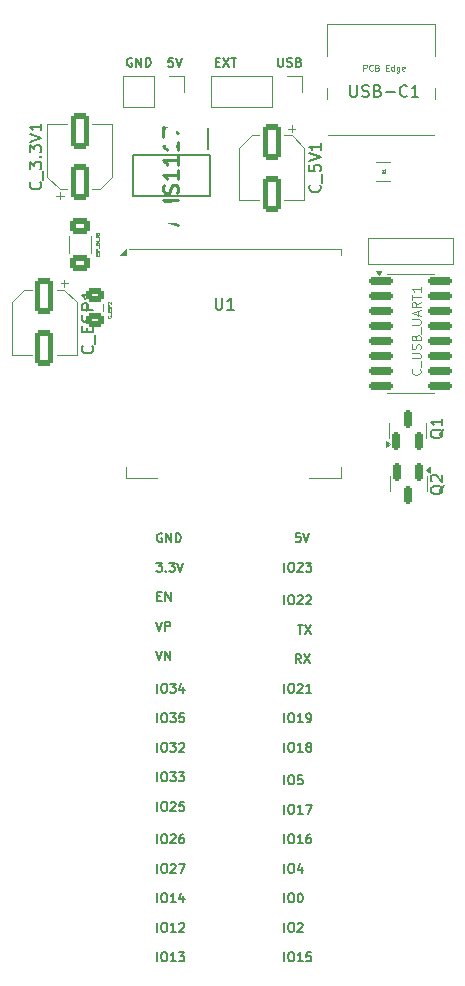
<source format=gto>
G04 #@! TF.GenerationSoftware,KiCad,Pcbnew,8.99.0-unknown-e6b739776e~181~ubuntu24.04.1*
G04 #@! TF.CreationDate,2024-12-31T17:52:40+01:00*
G04 #@! TF.ProjectId,Spinne_Werkstatt,5370696e-6e65-45f5-9765-726b73746174,rev?*
G04 #@! TF.SameCoordinates,Original*
G04 #@! TF.FileFunction,Legend,Top*
G04 #@! TF.FilePolarity,Positive*
%FSLAX46Y46*%
G04 Gerber Fmt 4.6, Leading zero omitted, Abs format (unit mm)*
G04 Created by KiCad (PCBNEW 8.99.0-unknown-e6b739776e~181~ubuntu24.04.1) date 2024-12-31 17:52:40*
%MOMM*%
%LPD*%
G01*
G04 APERTURE LIST*
G04 Aperture macros list*
%AMRoundRect*
0 Rectangle with rounded corners*
0 $1 Rounding radius*
0 $2 $3 $4 $5 $6 $7 $8 $9 X,Y pos of 4 corners*
0 Add a 4 corners polygon primitive as box body*
4,1,4,$2,$3,$4,$5,$6,$7,$8,$9,$2,$3,0*
0 Add four circle primitives for the rounded corners*
1,1,$1+$1,$2,$3*
1,1,$1+$1,$4,$5*
1,1,$1+$1,$6,$7*
1,1,$1+$1,$8,$9*
0 Add four rect primitives between the rounded corners*
20,1,$1+$1,$2,$3,$4,$5,0*
20,1,$1+$1,$4,$5,$6,$7,0*
20,1,$1+$1,$6,$7,$8,$9,0*
20,1,$1+$1,$8,$9,$2,$3,0*%
G04 Aperture macros list end*
%ADD10C,0.190500*%
%ADD11C,0.127000*%
%ADD12C,0.254000*%
%ADD13C,0.150000*%
%ADD14C,0.025400*%
%ADD15C,0.050800*%
%ADD16C,0.076200*%
%ADD17C,0.200000*%
%ADD18C,0.120000*%
%ADD19C,0.100000*%
%ADD20R,0.950000X1.750000*%
%ADD21R,3.200000X1.750000*%
%ADD22RoundRect,0.250000X-0.550000X1.250000X-0.550000X-1.250000X0.550000X-1.250000X0.550000X1.250000X0*%
%ADD23RoundRect,0.250000X0.550000X-1.250000X0.550000X1.250000X-0.550000X1.250000X-0.550000X-1.250000X0*%
%ADD24RoundRect,0.250000X-0.475000X0.337500X-0.475000X-0.337500X0.475000X-0.337500X0.475000X0.337500X0*%
%ADD25C,0.700000*%
%ADD26O,0.900000X2.400000*%
%ADD27O,0.900000X1.700000*%
%ADD28R,1.500000X0.900000*%
%ADD29R,0.900000X1.500000*%
%ADD30C,0.600000*%
%ADD31R,3.800000X3.800000*%
%ADD32R,0.990000X0.300000*%
%ADD33RoundRect,0.150000X-0.825000X-0.150000X0.825000X-0.150000X0.825000X0.150000X-0.825000X0.150000X0*%
%ADD34RoundRect,0.150000X-0.150000X0.587500X-0.150000X-0.587500X0.150000X-0.587500X0.150000X0.587500X0*%
%ADD35RoundRect,0.150000X0.150000X-0.587500X0.150000X0.587500X-0.150000X0.587500X-0.150000X-0.587500X0*%
%ADD36R,1.700000X1.700000*%
%ADD37O,1.700000X1.700000*%
%ADD38C,1.600000*%
%ADD39RoundRect,0.250000X-0.625000X0.400000X-0.625000X-0.400000X0.625000X-0.400000X0.625000X0.400000X0*%
G04 APERTURE END LIST*
D10*
X143556756Y-80396839D02*
X143556756Y-79634839D01*
X144064756Y-79634839D02*
X144209899Y-79634839D01*
X144209899Y-79634839D02*
X144282470Y-79671125D01*
X144282470Y-79671125D02*
X144355042Y-79743696D01*
X144355042Y-79743696D02*
X144391327Y-79888839D01*
X144391327Y-79888839D02*
X144391327Y-80142839D01*
X144391327Y-80142839D02*
X144355042Y-80287982D01*
X144355042Y-80287982D02*
X144282470Y-80360554D01*
X144282470Y-80360554D02*
X144209899Y-80396839D01*
X144209899Y-80396839D02*
X144064756Y-80396839D01*
X144064756Y-80396839D02*
X143992185Y-80360554D01*
X143992185Y-80360554D02*
X143919613Y-80287982D01*
X143919613Y-80287982D02*
X143883327Y-80142839D01*
X143883327Y-80142839D02*
X143883327Y-79888839D01*
X143883327Y-79888839D02*
X143919613Y-79743696D01*
X143919613Y-79743696D02*
X143992185Y-79671125D01*
X143992185Y-79671125D02*
X144064756Y-79634839D01*
X144681613Y-79707411D02*
X144717899Y-79671125D01*
X144717899Y-79671125D02*
X144790471Y-79634839D01*
X144790471Y-79634839D02*
X144971899Y-79634839D01*
X144971899Y-79634839D02*
X145044471Y-79671125D01*
X145044471Y-79671125D02*
X145080756Y-79707411D01*
X145080756Y-79707411D02*
X145117042Y-79779982D01*
X145117042Y-79779982D02*
X145117042Y-79852554D01*
X145117042Y-79852554D02*
X145080756Y-79961411D01*
X145080756Y-79961411D02*
X144645328Y-80396839D01*
X144645328Y-80396839D02*
X145117042Y-80396839D01*
X145371042Y-79634839D02*
X145842756Y-79634839D01*
X145842756Y-79634839D02*
X145588756Y-79925125D01*
X145588756Y-79925125D02*
X145697613Y-79925125D01*
X145697613Y-79925125D02*
X145770185Y-79961411D01*
X145770185Y-79961411D02*
X145806470Y-79997696D01*
X145806470Y-79997696D02*
X145842756Y-80070268D01*
X145842756Y-80070268D02*
X145842756Y-80251696D01*
X145842756Y-80251696D02*
X145806470Y-80324268D01*
X145806470Y-80324268D02*
X145770185Y-80360554D01*
X145770185Y-80360554D02*
X145697613Y-80396839D01*
X145697613Y-80396839D02*
X145479899Y-80396839D01*
X145479899Y-80396839D02*
X145407327Y-80360554D01*
X145407327Y-80360554D02*
X145371042Y-80324268D01*
X143556756Y-83146839D02*
X143556756Y-82384839D01*
X144064756Y-82384839D02*
X144209899Y-82384839D01*
X144209899Y-82384839D02*
X144282470Y-82421125D01*
X144282470Y-82421125D02*
X144355042Y-82493696D01*
X144355042Y-82493696D02*
X144391327Y-82638839D01*
X144391327Y-82638839D02*
X144391327Y-82892839D01*
X144391327Y-82892839D02*
X144355042Y-83037982D01*
X144355042Y-83037982D02*
X144282470Y-83110554D01*
X144282470Y-83110554D02*
X144209899Y-83146839D01*
X144209899Y-83146839D02*
X144064756Y-83146839D01*
X144064756Y-83146839D02*
X143992185Y-83110554D01*
X143992185Y-83110554D02*
X143919613Y-83037982D01*
X143919613Y-83037982D02*
X143883327Y-82892839D01*
X143883327Y-82892839D02*
X143883327Y-82638839D01*
X143883327Y-82638839D02*
X143919613Y-82493696D01*
X143919613Y-82493696D02*
X143992185Y-82421125D01*
X143992185Y-82421125D02*
X144064756Y-82384839D01*
X144681613Y-82457411D02*
X144717899Y-82421125D01*
X144717899Y-82421125D02*
X144790471Y-82384839D01*
X144790471Y-82384839D02*
X144971899Y-82384839D01*
X144971899Y-82384839D02*
X145044471Y-82421125D01*
X145044471Y-82421125D02*
X145080756Y-82457411D01*
X145080756Y-82457411D02*
X145117042Y-82529982D01*
X145117042Y-82529982D02*
X145117042Y-82602554D01*
X145117042Y-82602554D02*
X145080756Y-82711411D01*
X145080756Y-82711411D02*
X144645328Y-83146839D01*
X144645328Y-83146839D02*
X145117042Y-83146839D01*
X145407327Y-82457411D02*
X145443613Y-82421125D01*
X145443613Y-82421125D02*
X145516185Y-82384839D01*
X145516185Y-82384839D02*
X145697613Y-82384839D01*
X145697613Y-82384839D02*
X145770185Y-82421125D01*
X145770185Y-82421125D02*
X145806470Y-82457411D01*
X145806470Y-82457411D02*
X145842756Y-82529982D01*
X145842756Y-82529982D02*
X145842756Y-82602554D01*
X145842756Y-82602554D02*
X145806470Y-82711411D01*
X145806470Y-82711411D02*
X145371042Y-83146839D01*
X145371042Y-83146839D02*
X145842756Y-83146839D01*
X144697899Y-84884839D02*
X145133328Y-84884839D01*
X144915613Y-85646839D02*
X144915613Y-84884839D01*
X145314756Y-84884839D02*
X145822756Y-85646839D01*
X145822756Y-84884839D02*
X145314756Y-85646839D01*
X144992185Y-88146839D02*
X144738185Y-87783982D01*
X144556756Y-88146839D02*
X144556756Y-87384839D01*
X144556756Y-87384839D02*
X144847042Y-87384839D01*
X144847042Y-87384839D02*
X144919613Y-87421125D01*
X144919613Y-87421125D02*
X144955899Y-87457411D01*
X144955899Y-87457411D02*
X144992185Y-87529982D01*
X144992185Y-87529982D02*
X144992185Y-87638839D01*
X144992185Y-87638839D02*
X144955899Y-87711411D01*
X144955899Y-87711411D02*
X144919613Y-87747696D01*
X144919613Y-87747696D02*
X144847042Y-87783982D01*
X144847042Y-87783982D02*
X144556756Y-87783982D01*
X145246185Y-87384839D02*
X145754185Y-88146839D01*
X145754185Y-87384839D02*
X145246185Y-88146839D01*
X143556756Y-90646839D02*
X143556756Y-89884839D01*
X144064756Y-89884839D02*
X144209899Y-89884839D01*
X144209899Y-89884839D02*
X144282470Y-89921125D01*
X144282470Y-89921125D02*
X144355042Y-89993696D01*
X144355042Y-89993696D02*
X144391327Y-90138839D01*
X144391327Y-90138839D02*
X144391327Y-90392839D01*
X144391327Y-90392839D02*
X144355042Y-90537982D01*
X144355042Y-90537982D02*
X144282470Y-90610554D01*
X144282470Y-90610554D02*
X144209899Y-90646839D01*
X144209899Y-90646839D02*
X144064756Y-90646839D01*
X144064756Y-90646839D02*
X143992185Y-90610554D01*
X143992185Y-90610554D02*
X143919613Y-90537982D01*
X143919613Y-90537982D02*
X143883327Y-90392839D01*
X143883327Y-90392839D02*
X143883327Y-90138839D01*
X143883327Y-90138839D02*
X143919613Y-89993696D01*
X143919613Y-89993696D02*
X143992185Y-89921125D01*
X143992185Y-89921125D02*
X144064756Y-89884839D01*
X144681613Y-89957411D02*
X144717899Y-89921125D01*
X144717899Y-89921125D02*
X144790471Y-89884839D01*
X144790471Y-89884839D02*
X144971899Y-89884839D01*
X144971899Y-89884839D02*
X145044471Y-89921125D01*
X145044471Y-89921125D02*
X145080756Y-89957411D01*
X145080756Y-89957411D02*
X145117042Y-90029982D01*
X145117042Y-90029982D02*
X145117042Y-90102554D01*
X145117042Y-90102554D02*
X145080756Y-90211411D01*
X145080756Y-90211411D02*
X144645328Y-90646839D01*
X144645328Y-90646839D02*
X145117042Y-90646839D01*
X145842756Y-90646839D02*
X145407327Y-90646839D01*
X145625042Y-90646839D02*
X145625042Y-89884839D01*
X145625042Y-89884839D02*
X145552470Y-89993696D01*
X145552470Y-89993696D02*
X145479899Y-90066268D01*
X145479899Y-90066268D02*
X145407327Y-90102554D01*
X143556756Y-93146839D02*
X143556756Y-92384839D01*
X144064756Y-92384839D02*
X144209899Y-92384839D01*
X144209899Y-92384839D02*
X144282470Y-92421125D01*
X144282470Y-92421125D02*
X144355042Y-92493696D01*
X144355042Y-92493696D02*
X144391327Y-92638839D01*
X144391327Y-92638839D02*
X144391327Y-92892839D01*
X144391327Y-92892839D02*
X144355042Y-93037982D01*
X144355042Y-93037982D02*
X144282470Y-93110554D01*
X144282470Y-93110554D02*
X144209899Y-93146839D01*
X144209899Y-93146839D02*
X144064756Y-93146839D01*
X144064756Y-93146839D02*
X143992185Y-93110554D01*
X143992185Y-93110554D02*
X143919613Y-93037982D01*
X143919613Y-93037982D02*
X143883327Y-92892839D01*
X143883327Y-92892839D02*
X143883327Y-92638839D01*
X143883327Y-92638839D02*
X143919613Y-92493696D01*
X143919613Y-92493696D02*
X143992185Y-92421125D01*
X143992185Y-92421125D02*
X144064756Y-92384839D01*
X145117042Y-93146839D02*
X144681613Y-93146839D01*
X144899328Y-93146839D02*
X144899328Y-92384839D01*
X144899328Y-92384839D02*
X144826756Y-92493696D01*
X144826756Y-92493696D02*
X144754185Y-92566268D01*
X144754185Y-92566268D02*
X144681613Y-92602554D01*
X145479899Y-93146839D02*
X145625042Y-93146839D01*
X145625042Y-93146839D02*
X145697613Y-93110554D01*
X145697613Y-93110554D02*
X145733899Y-93074268D01*
X145733899Y-93074268D02*
X145806470Y-92965411D01*
X145806470Y-92965411D02*
X145842756Y-92820268D01*
X145842756Y-92820268D02*
X145842756Y-92529982D01*
X145842756Y-92529982D02*
X145806470Y-92457411D01*
X145806470Y-92457411D02*
X145770185Y-92421125D01*
X145770185Y-92421125D02*
X145697613Y-92384839D01*
X145697613Y-92384839D02*
X145552470Y-92384839D01*
X145552470Y-92384839D02*
X145479899Y-92421125D01*
X145479899Y-92421125D02*
X145443613Y-92457411D01*
X145443613Y-92457411D02*
X145407327Y-92529982D01*
X145407327Y-92529982D02*
X145407327Y-92711411D01*
X145407327Y-92711411D02*
X145443613Y-92783982D01*
X145443613Y-92783982D02*
X145479899Y-92820268D01*
X145479899Y-92820268D02*
X145552470Y-92856554D01*
X145552470Y-92856554D02*
X145697613Y-92856554D01*
X145697613Y-92856554D02*
X145770185Y-92820268D01*
X145770185Y-92820268D02*
X145806470Y-92783982D01*
X145806470Y-92783982D02*
X145842756Y-92711411D01*
X143556756Y-95646839D02*
X143556756Y-94884839D01*
X144064756Y-94884839D02*
X144209899Y-94884839D01*
X144209899Y-94884839D02*
X144282470Y-94921125D01*
X144282470Y-94921125D02*
X144355042Y-94993696D01*
X144355042Y-94993696D02*
X144391327Y-95138839D01*
X144391327Y-95138839D02*
X144391327Y-95392839D01*
X144391327Y-95392839D02*
X144355042Y-95537982D01*
X144355042Y-95537982D02*
X144282470Y-95610554D01*
X144282470Y-95610554D02*
X144209899Y-95646839D01*
X144209899Y-95646839D02*
X144064756Y-95646839D01*
X144064756Y-95646839D02*
X143992185Y-95610554D01*
X143992185Y-95610554D02*
X143919613Y-95537982D01*
X143919613Y-95537982D02*
X143883327Y-95392839D01*
X143883327Y-95392839D02*
X143883327Y-95138839D01*
X143883327Y-95138839D02*
X143919613Y-94993696D01*
X143919613Y-94993696D02*
X143992185Y-94921125D01*
X143992185Y-94921125D02*
X144064756Y-94884839D01*
X145117042Y-95646839D02*
X144681613Y-95646839D01*
X144899328Y-95646839D02*
X144899328Y-94884839D01*
X144899328Y-94884839D02*
X144826756Y-94993696D01*
X144826756Y-94993696D02*
X144754185Y-95066268D01*
X144754185Y-95066268D02*
X144681613Y-95102554D01*
X145552470Y-95211411D02*
X145479899Y-95175125D01*
X145479899Y-95175125D02*
X145443613Y-95138839D01*
X145443613Y-95138839D02*
X145407327Y-95066268D01*
X145407327Y-95066268D02*
X145407327Y-95029982D01*
X145407327Y-95029982D02*
X145443613Y-94957411D01*
X145443613Y-94957411D02*
X145479899Y-94921125D01*
X145479899Y-94921125D02*
X145552470Y-94884839D01*
X145552470Y-94884839D02*
X145697613Y-94884839D01*
X145697613Y-94884839D02*
X145770185Y-94921125D01*
X145770185Y-94921125D02*
X145806470Y-94957411D01*
X145806470Y-94957411D02*
X145842756Y-95029982D01*
X145842756Y-95029982D02*
X145842756Y-95066268D01*
X145842756Y-95066268D02*
X145806470Y-95138839D01*
X145806470Y-95138839D02*
X145770185Y-95175125D01*
X145770185Y-95175125D02*
X145697613Y-95211411D01*
X145697613Y-95211411D02*
X145552470Y-95211411D01*
X145552470Y-95211411D02*
X145479899Y-95247696D01*
X145479899Y-95247696D02*
X145443613Y-95283982D01*
X145443613Y-95283982D02*
X145407327Y-95356554D01*
X145407327Y-95356554D02*
X145407327Y-95501696D01*
X145407327Y-95501696D02*
X145443613Y-95574268D01*
X145443613Y-95574268D02*
X145479899Y-95610554D01*
X145479899Y-95610554D02*
X145552470Y-95646839D01*
X145552470Y-95646839D02*
X145697613Y-95646839D01*
X145697613Y-95646839D02*
X145770185Y-95610554D01*
X145770185Y-95610554D02*
X145806470Y-95574268D01*
X145806470Y-95574268D02*
X145842756Y-95501696D01*
X145842756Y-95501696D02*
X145842756Y-95356554D01*
X145842756Y-95356554D02*
X145806470Y-95283982D01*
X145806470Y-95283982D02*
X145770185Y-95247696D01*
X145770185Y-95247696D02*
X145697613Y-95211411D01*
X143556756Y-98396839D02*
X143556756Y-97634839D01*
X144064756Y-97634839D02*
X144209899Y-97634839D01*
X144209899Y-97634839D02*
X144282470Y-97671125D01*
X144282470Y-97671125D02*
X144355042Y-97743696D01*
X144355042Y-97743696D02*
X144391327Y-97888839D01*
X144391327Y-97888839D02*
X144391327Y-98142839D01*
X144391327Y-98142839D02*
X144355042Y-98287982D01*
X144355042Y-98287982D02*
X144282470Y-98360554D01*
X144282470Y-98360554D02*
X144209899Y-98396839D01*
X144209899Y-98396839D02*
X144064756Y-98396839D01*
X144064756Y-98396839D02*
X143992185Y-98360554D01*
X143992185Y-98360554D02*
X143919613Y-98287982D01*
X143919613Y-98287982D02*
X143883327Y-98142839D01*
X143883327Y-98142839D02*
X143883327Y-97888839D01*
X143883327Y-97888839D02*
X143919613Y-97743696D01*
X143919613Y-97743696D02*
X143992185Y-97671125D01*
X143992185Y-97671125D02*
X144064756Y-97634839D01*
X145080756Y-97634839D02*
X144717899Y-97634839D01*
X144717899Y-97634839D02*
X144681613Y-97997696D01*
X144681613Y-97997696D02*
X144717899Y-97961411D01*
X144717899Y-97961411D02*
X144790471Y-97925125D01*
X144790471Y-97925125D02*
X144971899Y-97925125D01*
X144971899Y-97925125D02*
X145044471Y-97961411D01*
X145044471Y-97961411D02*
X145080756Y-97997696D01*
X145080756Y-97997696D02*
X145117042Y-98070268D01*
X145117042Y-98070268D02*
X145117042Y-98251696D01*
X145117042Y-98251696D02*
X145080756Y-98324268D01*
X145080756Y-98324268D02*
X145044471Y-98360554D01*
X145044471Y-98360554D02*
X144971899Y-98396839D01*
X144971899Y-98396839D02*
X144790471Y-98396839D01*
X144790471Y-98396839D02*
X144717899Y-98360554D01*
X144717899Y-98360554D02*
X144681613Y-98324268D01*
X143556756Y-100896839D02*
X143556756Y-100134839D01*
X144064756Y-100134839D02*
X144209899Y-100134839D01*
X144209899Y-100134839D02*
X144282470Y-100171125D01*
X144282470Y-100171125D02*
X144355042Y-100243696D01*
X144355042Y-100243696D02*
X144391327Y-100388839D01*
X144391327Y-100388839D02*
X144391327Y-100642839D01*
X144391327Y-100642839D02*
X144355042Y-100787982D01*
X144355042Y-100787982D02*
X144282470Y-100860554D01*
X144282470Y-100860554D02*
X144209899Y-100896839D01*
X144209899Y-100896839D02*
X144064756Y-100896839D01*
X144064756Y-100896839D02*
X143992185Y-100860554D01*
X143992185Y-100860554D02*
X143919613Y-100787982D01*
X143919613Y-100787982D02*
X143883327Y-100642839D01*
X143883327Y-100642839D02*
X143883327Y-100388839D01*
X143883327Y-100388839D02*
X143919613Y-100243696D01*
X143919613Y-100243696D02*
X143992185Y-100171125D01*
X143992185Y-100171125D02*
X144064756Y-100134839D01*
X145117042Y-100896839D02*
X144681613Y-100896839D01*
X144899328Y-100896839D02*
X144899328Y-100134839D01*
X144899328Y-100134839D02*
X144826756Y-100243696D01*
X144826756Y-100243696D02*
X144754185Y-100316268D01*
X144754185Y-100316268D02*
X144681613Y-100352554D01*
X145371042Y-100134839D02*
X145879042Y-100134839D01*
X145879042Y-100134839D02*
X145552470Y-100896839D01*
X143556756Y-103396839D02*
X143556756Y-102634839D01*
X144064756Y-102634839D02*
X144209899Y-102634839D01*
X144209899Y-102634839D02*
X144282470Y-102671125D01*
X144282470Y-102671125D02*
X144355042Y-102743696D01*
X144355042Y-102743696D02*
X144391327Y-102888839D01*
X144391327Y-102888839D02*
X144391327Y-103142839D01*
X144391327Y-103142839D02*
X144355042Y-103287982D01*
X144355042Y-103287982D02*
X144282470Y-103360554D01*
X144282470Y-103360554D02*
X144209899Y-103396839D01*
X144209899Y-103396839D02*
X144064756Y-103396839D01*
X144064756Y-103396839D02*
X143992185Y-103360554D01*
X143992185Y-103360554D02*
X143919613Y-103287982D01*
X143919613Y-103287982D02*
X143883327Y-103142839D01*
X143883327Y-103142839D02*
X143883327Y-102888839D01*
X143883327Y-102888839D02*
X143919613Y-102743696D01*
X143919613Y-102743696D02*
X143992185Y-102671125D01*
X143992185Y-102671125D02*
X144064756Y-102634839D01*
X145117042Y-103396839D02*
X144681613Y-103396839D01*
X144899328Y-103396839D02*
X144899328Y-102634839D01*
X144899328Y-102634839D02*
X144826756Y-102743696D01*
X144826756Y-102743696D02*
X144754185Y-102816268D01*
X144754185Y-102816268D02*
X144681613Y-102852554D01*
X145770185Y-102634839D02*
X145625042Y-102634839D01*
X145625042Y-102634839D02*
X145552470Y-102671125D01*
X145552470Y-102671125D02*
X145516185Y-102707411D01*
X145516185Y-102707411D02*
X145443613Y-102816268D01*
X145443613Y-102816268D02*
X145407327Y-102961411D01*
X145407327Y-102961411D02*
X145407327Y-103251696D01*
X145407327Y-103251696D02*
X145443613Y-103324268D01*
X145443613Y-103324268D02*
X145479899Y-103360554D01*
X145479899Y-103360554D02*
X145552470Y-103396839D01*
X145552470Y-103396839D02*
X145697613Y-103396839D01*
X145697613Y-103396839D02*
X145770185Y-103360554D01*
X145770185Y-103360554D02*
X145806470Y-103324268D01*
X145806470Y-103324268D02*
X145842756Y-103251696D01*
X145842756Y-103251696D02*
X145842756Y-103070268D01*
X145842756Y-103070268D02*
X145806470Y-102997696D01*
X145806470Y-102997696D02*
X145770185Y-102961411D01*
X145770185Y-102961411D02*
X145697613Y-102925125D01*
X145697613Y-102925125D02*
X145552470Y-102925125D01*
X145552470Y-102925125D02*
X145479899Y-102961411D01*
X145479899Y-102961411D02*
X145443613Y-102997696D01*
X145443613Y-102997696D02*
X145407327Y-103070268D01*
X143556756Y-105896839D02*
X143556756Y-105134839D01*
X144064756Y-105134839D02*
X144209899Y-105134839D01*
X144209899Y-105134839D02*
X144282470Y-105171125D01*
X144282470Y-105171125D02*
X144355042Y-105243696D01*
X144355042Y-105243696D02*
X144391327Y-105388839D01*
X144391327Y-105388839D02*
X144391327Y-105642839D01*
X144391327Y-105642839D02*
X144355042Y-105787982D01*
X144355042Y-105787982D02*
X144282470Y-105860554D01*
X144282470Y-105860554D02*
X144209899Y-105896839D01*
X144209899Y-105896839D02*
X144064756Y-105896839D01*
X144064756Y-105896839D02*
X143992185Y-105860554D01*
X143992185Y-105860554D02*
X143919613Y-105787982D01*
X143919613Y-105787982D02*
X143883327Y-105642839D01*
X143883327Y-105642839D02*
X143883327Y-105388839D01*
X143883327Y-105388839D02*
X143919613Y-105243696D01*
X143919613Y-105243696D02*
X143992185Y-105171125D01*
X143992185Y-105171125D02*
X144064756Y-105134839D01*
X145044471Y-105388839D02*
X145044471Y-105896839D01*
X144863042Y-105098554D02*
X144681613Y-105642839D01*
X144681613Y-105642839D02*
X145153328Y-105642839D01*
X143556756Y-108396839D02*
X143556756Y-107634839D01*
X144064756Y-107634839D02*
X144209899Y-107634839D01*
X144209899Y-107634839D02*
X144282470Y-107671125D01*
X144282470Y-107671125D02*
X144355042Y-107743696D01*
X144355042Y-107743696D02*
X144391327Y-107888839D01*
X144391327Y-107888839D02*
X144391327Y-108142839D01*
X144391327Y-108142839D02*
X144355042Y-108287982D01*
X144355042Y-108287982D02*
X144282470Y-108360554D01*
X144282470Y-108360554D02*
X144209899Y-108396839D01*
X144209899Y-108396839D02*
X144064756Y-108396839D01*
X144064756Y-108396839D02*
X143992185Y-108360554D01*
X143992185Y-108360554D02*
X143919613Y-108287982D01*
X143919613Y-108287982D02*
X143883327Y-108142839D01*
X143883327Y-108142839D02*
X143883327Y-107888839D01*
X143883327Y-107888839D02*
X143919613Y-107743696D01*
X143919613Y-107743696D02*
X143992185Y-107671125D01*
X143992185Y-107671125D02*
X144064756Y-107634839D01*
X144863042Y-107634839D02*
X144935613Y-107634839D01*
X144935613Y-107634839D02*
X145008185Y-107671125D01*
X145008185Y-107671125D02*
X145044471Y-107707411D01*
X145044471Y-107707411D02*
X145080756Y-107779982D01*
X145080756Y-107779982D02*
X145117042Y-107925125D01*
X145117042Y-107925125D02*
X145117042Y-108106554D01*
X145117042Y-108106554D02*
X145080756Y-108251696D01*
X145080756Y-108251696D02*
X145044471Y-108324268D01*
X145044471Y-108324268D02*
X145008185Y-108360554D01*
X145008185Y-108360554D02*
X144935613Y-108396839D01*
X144935613Y-108396839D02*
X144863042Y-108396839D01*
X144863042Y-108396839D02*
X144790471Y-108360554D01*
X144790471Y-108360554D02*
X144754185Y-108324268D01*
X144754185Y-108324268D02*
X144717899Y-108251696D01*
X144717899Y-108251696D02*
X144681613Y-108106554D01*
X144681613Y-108106554D02*
X144681613Y-107925125D01*
X144681613Y-107925125D02*
X144717899Y-107779982D01*
X144717899Y-107779982D02*
X144754185Y-107707411D01*
X144754185Y-107707411D02*
X144790471Y-107671125D01*
X144790471Y-107671125D02*
X144863042Y-107634839D01*
X143556756Y-110896839D02*
X143556756Y-110134839D01*
X144064756Y-110134839D02*
X144209899Y-110134839D01*
X144209899Y-110134839D02*
X144282470Y-110171125D01*
X144282470Y-110171125D02*
X144355042Y-110243696D01*
X144355042Y-110243696D02*
X144391327Y-110388839D01*
X144391327Y-110388839D02*
X144391327Y-110642839D01*
X144391327Y-110642839D02*
X144355042Y-110787982D01*
X144355042Y-110787982D02*
X144282470Y-110860554D01*
X144282470Y-110860554D02*
X144209899Y-110896839D01*
X144209899Y-110896839D02*
X144064756Y-110896839D01*
X144064756Y-110896839D02*
X143992185Y-110860554D01*
X143992185Y-110860554D02*
X143919613Y-110787982D01*
X143919613Y-110787982D02*
X143883327Y-110642839D01*
X143883327Y-110642839D02*
X143883327Y-110388839D01*
X143883327Y-110388839D02*
X143919613Y-110243696D01*
X143919613Y-110243696D02*
X143992185Y-110171125D01*
X143992185Y-110171125D02*
X144064756Y-110134839D01*
X144681613Y-110207411D02*
X144717899Y-110171125D01*
X144717899Y-110171125D02*
X144790471Y-110134839D01*
X144790471Y-110134839D02*
X144971899Y-110134839D01*
X144971899Y-110134839D02*
X145044471Y-110171125D01*
X145044471Y-110171125D02*
X145080756Y-110207411D01*
X145080756Y-110207411D02*
X145117042Y-110279982D01*
X145117042Y-110279982D02*
X145117042Y-110352554D01*
X145117042Y-110352554D02*
X145080756Y-110461411D01*
X145080756Y-110461411D02*
X144645328Y-110896839D01*
X144645328Y-110896839D02*
X145117042Y-110896839D01*
X143556756Y-113396839D02*
X143556756Y-112634839D01*
X144064756Y-112634839D02*
X144209899Y-112634839D01*
X144209899Y-112634839D02*
X144282470Y-112671125D01*
X144282470Y-112671125D02*
X144355042Y-112743696D01*
X144355042Y-112743696D02*
X144391327Y-112888839D01*
X144391327Y-112888839D02*
X144391327Y-113142839D01*
X144391327Y-113142839D02*
X144355042Y-113287982D01*
X144355042Y-113287982D02*
X144282470Y-113360554D01*
X144282470Y-113360554D02*
X144209899Y-113396839D01*
X144209899Y-113396839D02*
X144064756Y-113396839D01*
X144064756Y-113396839D02*
X143992185Y-113360554D01*
X143992185Y-113360554D02*
X143919613Y-113287982D01*
X143919613Y-113287982D02*
X143883327Y-113142839D01*
X143883327Y-113142839D02*
X143883327Y-112888839D01*
X143883327Y-112888839D02*
X143919613Y-112743696D01*
X143919613Y-112743696D02*
X143992185Y-112671125D01*
X143992185Y-112671125D02*
X144064756Y-112634839D01*
X145117042Y-113396839D02*
X144681613Y-113396839D01*
X144899328Y-113396839D02*
X144899328Y-112634839D01*
X144899328Y-112634839D02*
X144826756Y-112743696D01*
X144826756Y-112743696D02*
X144754185Y-112816268D01*
X144754185Y-112816268D02*
X144681613Y-112852554D01*
X145806470Y-112634839D02*
X145443613Y-112634839D01*
X145443613Y-112634839D02*
X145407327Y-112997696D01*
X145407327Y-112997696D02*
X145443613Y-112961411D01*
X145443613Y-112961411D02*
X145516185Y-112925125D01*
X145516185Y-112925125D02*
X145697613Y-112925125D01*
X145697613Y-112925125D02*
X145770185Y-112961411D01*
X145770185Y-112961411D02*
X145806470Y-112997696D01*
X145806470Y-112997696D02*
X145842756Y-113070268D01*
X145842756Y-113070268D02*
X145842756Y-113251696D01*
X145842756Y-113251696D02*
X145806470Y-113324268D01*
X145806470Y-113324268D02*
X145770185Y-113360554D01*
X145770185Y-113360554D02*
X145697613Y-113396839D01*
X145697613Y-113396839D02*
X145516185Y-113396839D01*
X145516185Y-113396839D02*
X145443613Y-113360554D01*
X145443613Y-113360554D02*
X145407327Y-113324268D01*
X144919613Y-77134839D02*
X144556756Y-77134839D01*
X144556756Y-77134839D02*
X144520470Y-77497696D01*
X144520470Y-77497696D02*
X144556756Y-77461411D01*
X144556756Y-77461411D02*
X144629328Y-77425125D01*
X144629328Y-77425125D02*
X144810756Y-77425125D01*
X144810756Y-77425125D02*
X144883328Y-77461411D01*
X144883328Y-77461411D02*
X144919613Y-77497696D01*
X144919613Y-77497696D02*
X144955899Y-77570268D01*
X144955899Y-77570268D02*
X144955899Y-77751696D01*
X144955899Y-77751696D02*
X144919613Y-77824268D01*
X144919613Y-77824268D02*
X144883328Y-77860554D01*
X144883328Y-77860554D02*
X144810756Y-77896839D01*
X144810756Y-77896839D02*
X144629328Y-77896839D01*
X144629328Y-77896839D02*
X144556756Y-77860554D01*
X144556756Y-77860554D02*
X144520470Y-77824268D01*
X145173613Y-77134839D02*
X145427613Y-77896839D01*
X145427613Y-77896839D02*
X145681613Y-77134839D01*
X132806756Y-113396839D02*
X132806756Y-112634839D01*
X133314756Y-112634839D02*
X133459899Y-112634839D01*
X133459899Y-112634839D02*
X133532470Y-112671125D01*
X133532470Y-112671125D02*
X133605042Y-112743696D01*
X133605042Y-112743696D02*
X133641327Y-112888839D01*
X133641327Y-112888839D02*
X133641327Y-113142839D01*
X133641327Y-113142839D02*
X133605042Y-113287982D01*
X133605042Y-113287982D02*
X133532470Y-113360554D01*
X133532470Y-113360554D02*
X133459899Y-113396839D01*
X133459899Y-113396839D02*
X133314756Y-113396839D01*
X133314756Y-113396839D02*
X133242185Y-113360554D01*
X133242185Y-113360554D02*
X133169613Y-113287982D01*
X133169613Y-113287982D02*
X133133327Y-113142839D01*
X133133327Y-113142839D02*
X133133327Y-112888839D01*
X133133327Y-112888839D02*
X133169613Y-112743696D01*
X133169613Y-112743696D02*
X133242185Y-112671125D01*
X133242185Y-112671125D02*
X133314756Y-112634839D01*
X134367042Y-113396839D02*
X133931613Y-113396839D01*
X134149328Y-113396839D02*
X134149328Y-112634839D01*
X134149328Y-112634839D02*
X134076756Y-112743696D01*
X134076756Y-112743696D02*
X134004185Y-112816268D01*
X134004185Y-112816268D02*
X133931613Y-112852554D01*
X134621042Y-112634839D02*
X135092756Y-112634839D01*
X135092756Y-112634839D02*
X134838756Y-112925125D01*
X134838756Y-112925125D02*
X134947613Y-112925125D01*
X134947613Y-112925125D02*
X135020185Y-112961411D01*
X135020185Y-112961411D02*
X135056470Y-112997696D01*
X135056470Y-112997696D02*
X135092756Y-113070268D01*
X135092756Y-113070268D02*
X135092756Y-113251696D01*
X135092756Y-113251696D02*
X135056470Y-113324268D01*
X135056470Y-113324268D02*
X135020185Y-113360554D01*
X135020185Y-113360554D02*
X134947613Y-113396839D01*
X134947613Y-113396839D02*
X134729899Y-113396839D01*
X134729899Y-113396839D02*
X134657327Y-113360554D01*
X134657327Y-113360554D02*
X134621042Y-113324268D01*
X132806756Y-110896839D02*
X132806756Y-110134839D01*
X133314756Y-110134839D02*
X133459899Y-110134839D01*
X133459899Y-110134839D02*
X133532470Y-110171125D01*
X133532470Y-110171125D02*
X133605042Y-110243696D01*
X133605042Y-110243696D02*
X133641327Y-110388839D01*
X133641327Y-110388839D02*
X133641327Y-110642839D01*
X133641327Y-110642839D02*
X133605042Y-110787982D01*
X133605042Y-110787982D02*
X133532470Y-110860554D01*
X133532470Y-110860554D02*
X133459899Y-110896839D01*
X133459899Y-110896839D02*
X133314756Y-110896839D01*
X133314756Y-110896839D02*
X133242185Y-110860554D01*
X133242185Y-110860554D02*
X133169613Y-110787982D01*
X133169613Y-110787982D02*
X133133327Y-110642839D01*
X133133327Y-110642839D02*
X133133327Y-110388839D01*
X133133327Y-110388839D02*
X133169613Y-110243696D01*
X133169613Y-110243696D02*
X133242185Y-110171125D01*
X133242185Y-110171125D02*
X133314756Y-110134839D01*
X134367042Y-110896839D02*
X133931613Y-110896839D01*
X134149328Y-110896839D02*
X134149328Y-110134839D01*
X134149328Y-110134839D02*
X134076756Y-110243696D01*
X134076756Y-110243696D02*
X134004185Y-110316268D01*
X134004185Y-110316268D02*
X133931613Y-110352554D01*
X134657327Y-110207411D02*
X134693613Y-110171125D01*
X134693613Y-110171125D02*
X134766185Y-110134839D01*
X134766185Y-110134839D02*
X134947613Y-110134839D01*
X134947613Y-110134839D02*
X135020185Y-110171125D01*
X135020185Y-110171125D02*
X135056470Y-110207411D01*
X135056470Y-110207411D02*
X135092756Y-110279982D01*
X135092756Y-110279982D02*
X135092756Y-110352554D01*
X135092756Y-110352554D02*
X135056470Y-110461411D01*
X135056470Y-110461411D02*
X134621042Y-110896839D01*
X134621042Y-110896839D02*
X135092756Y-110896839D01*
X132806756Y-108396839D02*
X132806756Y-107634839D01*
X133314756Y-107634839D02*
X133459899Y-107634839D01*
X133459899Y-107634839D02*
X133532470Y-107671125D01*
X133532470Y-107671125D02*
X133605042Y-107743696D01*
X133605042Y-107743696D02*
X133641327Y-107888839D01*
X133641327Y-107888839D02*
X133641327Y-108142839D01*
X133641327Y-108142839D02*
X133605042Y-108287982D01*
X133605042Y-108287982D02*
X133532470Y-108360554D01*
X133532470Y-108360554D02*
X133459899Y-108396839D01*
X133459899Y-108396839D02*
X133314756Y-108396839D01*
X133314756Y-108396839D02*
X133242185Y-108360554D01*
X133242185Y-108360554D02*
X133169613Y-108287982D01*
X133169613Y-108287982D02*
X133133327Y-108142839D01*
X133133327Y-108142839D02*
X133133327Y-107888839D01*
X133133327Y-107888839D02*
X133169613Y-107743696D01*
X133169613Y-107743696D02*
X133242185Y-107671125D01*
X133242185Y-107671125D02*
X133314756Y-107634839D01*
X134367042Y-108396839D02*
X133931613Y-108396839D01*
X134149328Y-108396839D02*
X134149328Y-107634839D01*
X134149328Y-107634839D02*
X134076756Y-107743696D01*
X134076756Y-107743696D02*
X134004185Y-107816268D01*
X134004185Y-107816268D02*
X133931613Y-107852554D01*
X135020185Y-107888839D02*
X135020185Y-108396839D01*
X134838756Y-107598554D02*
X134657327Y-108142839D01*
X134657327Y-108142839D02*
X135129042Y-108142839D01*
X132806756Y-105896839D02*
X132806756Y-105134839D01*
X133314756Y-105134839D02*
X133459899Y-105134839D01*
X133459899Y-105134839D02*
X133532470Y-105171125D01*
X133532470Y-105171125D02*
X133605042Y-105243696D01*
X133605042Y-105243696D02*
X133641327Y-105388839D01*
X133641327Y-105388839D02*
X133641327Y-105642839D01*
X133641327Y-105642839D02*
X133605042Y-105787982D01*
X133605042Y-105787982D02*
X133532470Y-105860554D01*
X133532470Y-105860554D02*
X133459899Y-105896839D01*
X133459899Y-105896839D02*
X133314756Y-105896839D01*
X133314756Y-105896839D02*
X133242185Y-105860554D01*
X133242185Y-105860554D02*
X133169613Y-105787982D01*
X133169613Y-105787982D02*
X133133327Y-105642839D01*
X133133327Y-105642839D02*
X133133327Y-105388839D01*
X133133327Y-105388839D02*
X133169613Y-105243696D01*
X133169613Y-105243696D02*
X133242185Y-105171125D01*
X133242185Y-105171125D02*
X133314756Y-105134839D01*
X133931613Y-105207411D02*
X133967899Y-105171125D01*
X133967899Y-105171125D02*
X134040471Y-105134839D01*
X134040471Y-105134839D02*
X134221899Y-105134839D01*
X134221899Y-105134839D02*
X134294471Y-105171125D01*
X134294471Y-105171125D02*
X134330756Y-105207411D01*
X134330756Y-105207411D02*
X134367042Y-105279982D01*
X134367042Y-105279982D02*
X134367042Y-105352554D01*
X134367042Y-105352554D02*
X134330756Y-105461411D01*
X134330756Y-105461411D02*
X133895328Y-105896839D01*
X133895328Y-105896839D02*
X134367042Y-105896839D01*
X134621042Y-105134839D02*
X135129042Y-105134839D01*
X135129042Y-105134839D02*
X134802470Y-105896839D01*
X132806756Y-103396839D02*
X132806756Y-102634839D01*
X133314756Y-102634839D02*
X133459899Y-102634839D01*
X133459899Y-102634839D02*
X133532470Y-102671125D01*
X133532470Y-102671125D02*
X133605042Y-102743696D01*
X133605042Y-102743696D02*
X133641327Y-102888839D01*
X133641327Y-102888839D02*
X133641327Y-103142839D01*
X133641327Y-103142839D02*
X133605042Y-103287982D01*
X133605042Y-103287982D02*
X133532470Y-103360554D01*
X133532470Y-103360554D02*
X133459899Y-103396839D01*
X133459899Y-103396839D02*
X133314756Y-103396839D01*
X133314756Y-103396839D02*
X133242185Y-103360554D01*
X133242185Y-103360554D02*
X133169613Y-103287982D01*
X133169613Y-103287982D02*
X133133327Y-103142839D01*
X133133327Y-103142839D02*
X133133327Y-102888839D01*
X133133327Y-102888839D02*
X133169613Y-102743696D01*
X133169613Y-102743696D02*
X133242185Y-102671125D01*
X133242185Y-102671125D02*
X133314756Y-102634839D01*
X133931613Y-102707411D02*
X133967899Y-102671125D01*
X133967899Y-102671125D02*
X134040471Y-102634839D01*
X134040471Y-102634839D02*
X134221899Y-102634839D01*
X134221899Y-102634839D02*
X134294471Y-102671125D01*
X134294471Y-102671125D02*
X134330756Y-102707411D01*
X134330756Y-102707411D02*
X134367042Y-102779982D01*
X134367042Y-102779982D02*
X134367042Y-102852554D01*
X134367042Y-102852554D02*
X134330756Y-102961411D01*
X134330756Y-102961411D02*
X133895328Y-103396839D01*
X133895328Y-103396839D02*
X134367042Y-103396839D01*
X135020185Y-102634839D02*
X134875042Y-102634839D01*
X134875042Y-102634839D02*
X134802470Y-102671125D01*
X134802470Y-102671125D02*
X134766185Y-102707411D01*
X134766185Y-102707411D02*
X134693613Y-102816268D01*
X134693613Y-102816268D02*
X134657327Y-102961411D01*
X134657327Y-102961411D02*
X134657327Y-103251696D01*
X134657327Y-103251696D02*
X134693613Y-103324268D01*
X134693613Y-103324268D02*
X134729899Y-103360554D01*
X134729899Y-103360554D02*
X134802470Y-103396839D01*
X134802470Y-103396839D02*
X134947613Y-103396839D01*
X134947613Y-103396839D02*
X135020185Y-103360554D01*
X135020185Y-103360554D02*
X135056470Y-103324268D01*
X135056470Y-103324268D02*
X135092756Y-103251696D01*
X135092756Y-103251696D02*
X135092756Y-103070268D01*
X135092756Y-103070268D02*
X135056470Y-102997696D01*
X135056470Y-102997696D02*
X135020185Y-102961411D01*
X135020185Y-102961411D02*
X134947613Y-102925125D01*
X134947613Y-102925125D02*
X134802470Y-102925125D01*
X134802470Y-102925125D02*
X134729899Y-102961411D01*
X134729899Y-102961411D02*
X134693613Y-102997696D01*
X134693613Y-102997696D02*
X134657327Y-103070268D01*
X132806756Y-100646839D02*
X132806756Y-99884839D01*
X133314756Y-99884839D02*
X133459899Y-99884839D01*
X133459899Y-99884839D02*
X133532470Y-99921125D01*
X133532470Y-99921125D02*
X133605042Y-99993696D01*
X133605042Y-99993696D02*
X133641327Y-100138839D01*
X133641327Y-100138839D02*
X133641327Y-100392839D01*
X133641327Y-100392839D02*
X133605042Y-100537982D01*
X133605042Y-100537982D02*
X133532470Y-100610554D01*
X133532470Y-100610554D02*
X133459899Y-100646839D01*
X133459899Y-100646839D02*
X133314756Y-100646839D01*
X133314756Y-100646839D02*
X133242185Y-100610554D01*
X133242185Y-100610554D02*
X133169613Y-100537982D01*
X133169613Y-100537982D02*
X133133327Y-100392839D01*
X133133327Y-100392839D02*
X133133327Y-100138839D01*
X133133327Y-100138839D02*
X133169613Y-99993696D01*
X133169613Y-99993696D02*
X133242185Y-99921125D01*
X133242185Y-99921125D02*
X133314756Y-99884839D01*
X133931613Y-99957411D02*
X133967899Y-99921125D01*
X133967899Y-99921125D02*
X134040471Y-99884839D01*
X134040471Y-99884839D02*
X134221899Y-99884839D01*
X134221899Y-99884839D02*
X134294471Y-99921125D01*
X134294471Y-99921125D02*
X134330756Y-99957411D01*
X134330756Y-99957411D02*
X134367042Y-100029982D01*
X134367042Y-100029982D02*
X134367042Y-100102554D01*
X134367042Y-100102554D02*
X134330756Y-100211411D01*
X134330756Y-100211411D02*
X133895328Y-100646839D01*
X133895328Y-100646839D02*
X134367042Y-100646839D01*
X135056470Y-99884839D02*
X134693613Y-99884839D01*
X134693613Y-99884839D02*
X134657327Y-100247696D01*
X134657327Y-100247696D02*
X134693613Y-100211411D01*
X134693613Y-100211411D02*
X134766185Y-100175125D01*
X134766185Y-100175125D02*
X134947613Y-100175125D01*
X134947613Y-100175125D02*
X135020185Y-100211411D01*
X135020185Y-100211411D02*
X135056470Y-100247696D01*
X135056470Y-100247696D02*
X135092756Y-100320268D01*
X135092756Y-100320268D02*
X135092756Y-100501696D01*
X135092756Y-100501696D02*
X135056470Y-100574268D01*
X135056470Y-100574268D02*
X135020185Y-100610554D01*
X135020185Y-100610554D02*
X134947613Y-100646839D01*
X134947613Y-100646839D02*
X134766185Y-100646839D01*
X134766185Y-100646839D02*
X134693613Y-100610554D01*
X134693613Y-100610554D02*
X134657327Y-100574268D01*
X132806756Y-98146839D02*
X132806756Y-97384839D01*
X133314756Y-97384839D02*
X133459899Y-97384839D01*
X133459899Y-97384839D02*
X133532470Y-97421125D01*
X133532470Y-97421125D02*
X133605042Y-97493696D01*
X133605042Y-97493696D02*
X133641327Y-97638839D01*
X133641327Y-97638839D02*
X133641327Y-97892839D01*
X133641327Y-97892839D02*
X133605042Y-98037982D01*
X133605042Y-98037982D02*
X133532470Y-98110554D01*
X133532470Y-98110554D02*
X133459899Y-98146839D01*
X133459899Y-98146839D02*
X133314756Y-98146839D01*
X133314756Y-98146839D02*
X133242185Y-98110554D01*
X133242185Y-98110554D02*
X133169613Y-98037982D01*
X133169613Y-98037982D02*
X133133327Y-97892839D01*
X133133327Y-97892839D02*
X133133327Y-97638839D01*
X133133327Y-97638839D02*
X133169613Y-97493696D01*
X133169613Y-97493696D02*
X133242185Y-97421125D01*
X133242185Y-97421125D02*
X133314756Y-97384839D01*
X133895328Y-97384839D02*
X134367042Y-97384839D01*
X134367042Y-97384839D02*
X134113042Y-97675125D01*
X134113042Y-97675125D02*
X134221899Y-97675125D01*
X134221899Y-97675125D02*
X134294471Y-97711411D01*
X134294471Y-97711411D02*
X134330756Y-97747696D01*
X134330756Y-97747696D02*
X134367042Y-97820268D01*
X134367042Y-97820268D02*
X134367042Y-98001696D01*
X134367042Y-98001696D02*
X134330756Y-98074268D01*
X134330756Y-98074268D02*
X134294471Y-98110554D01*
X134294471Y-98110554D02*
X134221899Y-98146839D01*
X134221899Y-98146839D02*
X134004185Y-98146839D01*
X134004185Y-98146839D02*
X133931613Y-98110554D01*
X133931613Y-98110554D02*
X133895328Y-98074268D01*
X134621042Y-97384839D02*
X135092756Y-97384839D01*
X135092756Y-97384839D02*
X134838756Y-97675125D01*
X134838756Y-97675125D02*
X134947613Y-97675125D01*
X134947613Y-97675125D02*
X135020185Y-97711411D01*
X135020185Y-97711411D02*
X135056470Y-97747696D01*
X135056470Y-97747696D02*
X135092756Y-97820268D01*
X135092756Y-97820268D02*
X135092756Y-98001696D01*
X135092756Y-98001696D02*
X135056470Y-98074268D01*
X135056470Y-98074268D02*
X135020185Y-98110554D01*
X135020185Y-98110554D02*
X134947613Y-98146839D01*
X134947613Y-98146839D02*
X134729899Y-98146839D01*
X134729899Y-98146839D02*
X134657327Y-98110554D01*
X134657327Y-98110554D02*
X134621042Y-98074268D01*
X132806756Y-95646839D02*
X132806756Y-94884839D01*
X133314756Y-94884839D02*
X133459899Y-94884839D01*
X133459899Y-94884839D02*
X133532470Y-94921125D01*
X133532470Y-94921125D02*
X133605042Y-94993696D01*
X133605042Y-94993696D02*
X133641327Y-95138839D01*
X133641327Y-95138839D02*
X133641327Y-95392839D01*
X133641327Y-95392839D02*
X133605042Y-95537982D01*
X133605042Y-95537982D02*
X133532470Y-95610554D01*
X133532470Y-95610554D02*
X133459899Y-95646839D01*
X133459899Y-95646839D02*
X133314756Y-95646839D01*
X133314756Y-95646839D02*
X133242185Y-95610554D01*
X133242185Y-95610554D02*
X133169613Y-95537982D01*
X133169613Y-95537982D02*
X133133327Y-95392839D01*
X133133327Y-95392839D02*
X133133327Y-95138839D01*
X133133327Y-95138839D02*
X133169613Y-94993696D01*
X133169613Y-94993696D02*
X133242185Y-94921125D01*
X133242185Y-94921125D02*
X133314756Y-94884839D01*
X133895328Y-94884839D02*
X134367042Y-94884839D01*
X134367042Y-94884839D02*
X134113042Y-95175125D01*
X134113042Y-95175125D02*
X134221899Y-95175125D01*
X134221899Y-95175125D02*
X134294471Y-95211411D01*
X134294471Y-95211411D02*
X134330756Y-95247696D01*
X134330756Y-95247696D02*
X134367042Y-95320268D01*
X134367042Y-95320268D02*
X134367042Y-95501696D01*
X134367042Y-95501696D02*
X134330756Y-95574268D01*
X134330756Y-95574268D02*
X134294471Y-95610554D01*
X134294471Y-95610554D02*
X134221899Y-95646839D01*
X134221899Y-95646839D02*
X134004185Y-95646839D01*
X134004185Y-95646839D02*
X133931613Y-95610554D01*
X133931613Y-95610554D02*
X133895328Y-95574268D01*
X134657327Y-94957411D02*
X134693613Y-94921125D01*
X134693613Y-94921125D02*
X134766185Y-94884839D01*
X134766185Y-94884839D02*
X134947613Y-94884839D01*
X134947613Y-94884839D02*
X135020185Y-94921125D01*
X135020185Y-94921125D02*
X135056470Y-94957411D01*
X135056470Y-94957411D02*
X135092756Y-95029982D01*
X135092756Y-95029982D02*
X135092756Y-95102554D01*
X135092756Y-95102554D02*
X135056470Y-95211411D01*
X135056470Y-95211411D02*
X134621042Y-95646839D01*
X134621042Y-95646839D02*
X135092756Y-95646839D01*
X132806756Y-93146839D02*
X132806756Y-92384839D01*
X133314756Y-92384839D02*
X133459899Y-92384839D01*
X133459899Y-92384839D02*
X133532470Y-92421125D01*
X133532470Y-92421125D02*
X133605042Y-92493696D01*
X133605042Y-92493696D02*
X133641327Y-92638839D01*
X133641327Y-92638839D02*
X133641327Y-92892839D01*
X133641327Y-92892839D02*
X133605042Y-93037982D01*
X133605042Y-93037982D02*
X133532470Y-93110554D01*
X133532470Y-93110554D02*
X133459899Y-93146839D01*
X133459899Y-93146839D02*
X133314756Y-93146839D01*
X133314756Y-93146839D02*
X133242185Y-93110554D01*
X133242185Y-93110554D02*
X133169613Y-93037982D01*
X133169613Y-93037982D02*
X133133327Y-92892839D01*
X133133327Y-92892839D02*
X133133327Y-92638839D01*
X133133327Y-92638839D02*
X133169613Y-92493696D01*
X133169613Y-92493696D02*
X133242185Y-92421125D01*
X133242185Y-92421125D02*
X133314756Y-92384839D01*
X133895328Y-92384839D02*
X134367042Y-92384839D01*
X134367042Y-92384839D02*
X134113042Y-92675125D01*
X134113042Y-92675125D02*
X134221899Y-92675125D01*
X134221899Y-92675125D02*
X134294471Y-92711411D01*
X134294471Y-92711411D02*
X134330756Y-92747696D01*
X134330756Y-92747696D02*
X134367042Y-92820268D01*
X134367042Y-92820268D02*
X134367042Y-93001696D01*
X134367042Y-93001696D02*
X134330756Y-93074268D01*
X134330756Y-93074268D02*
X134294471Y-93110554D01*
X134294471Y-93110554D02*
X134221899Y-93146839D01*
X134221899Y-93146839D02*
X134004185Y-93146839D01*
X134004185Y-93146839D02*
X133931613Y-93110554D01*
X133931613Y-93110554D02*
X133895328Y-93074268D01*
X135056470Y-92384839D02*
X134693613Y-92384839D01*
X134693613Y-92384839D02*
X134657327Y-92747696D01*
X134657327Y-92747696D02*
X134693613Y-92711411D01*
X134693613Y-92711411D02*
X134766185Y-92675125D01*
X134766185Y-92675125D02*
X134947613Y-92675125D01*
X134947613Y-92675125D02*
X135020185Y-92711411D01*
X135020185Y-92711411D02*
X135056470Y-92747696D01*
X135056470Y-92747696D02*
X135092756Y-92820268D01*
X135092756Y-92820268D02*
X135092756Y-93001696D01*
X135092756Y-93001696D02*
X135056470Y-93074268D01*
X135056470Y-93074268D02*
X135020185Y-93110554D01*
X135020185Y-93110554D02*
X134947613Y-93146839D01*
X134947613Y-93146839D02*
X134766185Y-93146839D01*
X134766185Y-93146839D02*
X134693613Y-93110554D01*
X134693613Y-93110554D02*
X134657327Y-93074268D01*
X132806756Y-90646839D02*
X132806756Y-89884839D01*
X133314756Y-89884839D02*
X133459899Y-89884839D01*
X133459899Y-89884839D02*
X133532470Y-89921125D01*
X133532470Y-89921125D02*
X133605042Y-89993696D01*
X133605042Y-89993696D02*
X133641327Y-90138839D01*
X133641327Y-90138839D02*
X133641327Y-90392839D01*
X133641327Y-90392839D02*
X133605042Y-90537982D01*
X133605042Y-90537982D02*
X133532470Y-90610554D01*
X133532470Y-90610554D02*
X133459899Y-90646839D01*
X133459899Y-90646839D02*
X133314756Y-90646839D01*
X133314756Y-90646839D02*
X133242185Y-90610554D01*
X133242185Y-90610554D02*
X133169613Y-90537982D01*
X133169613Y-90537982D02*
X133133327Y-90392839D01*
X133133327Y-90392839D02*
X133133327Y-90138839D01*
X133133327Y-90138839D02*
X133169613Y-89993696D01*
X133169613Y-89993696D02*
X133242185Y-89921125D01*
X133242185Y-89921125D02*
X133314756Y-89884839D01*
X133895328Y-89884839D02*
X134367042Y-89884839D01*
X134367042Y-89884839D02*
X134113042Y-90175125D01*
X134113042Y-90175125D02*
X134221899Y-90175125D01*
X134221899Y-90175125D02*
X134294471Y-90211411D01*
X134294471Y-90211411D02*
X134330756Y-90247696D01*
X134330756Y-90247696D02*
X134367042Y-90320268D01*
X134367042Y-90320268D02*
X134367042Y-90501696D01*
X134367042Y-90501696D02*
X134330756Y-90574268D01*
X134330756Y-90574268D02*
X134294471Y-90610554D01*
X134294471Y-90610554D02*
X134221899Y-90646839D01*
X134221899Y-90646839D02*
X134004185Y-90646839D01*
X134004185Y-90646839D02*
X133931613Y-90610554D01*
X133931613Y-90610554D02*
X133895328Y-90574268D01*
X135020185Y-90138839D02*
X135020185Y-90646839D01*
X134838756Y-89848554D02*
X134657327Y-90392839D01*
X134657327Y-90392839D02*
X135129042Y-90392839D01*
X132697899Y-87134839D02*
X132951899Y-87896839D01*
X132951899Y-87896839D02*
X133205899Y-87134839D01*
X133459899Y-87896839D02*
X133459899Y-87134839D01*
X133459899Y-87134839D02*
X133895328Y-87896839D01*
X133895328Y-87896839D02*
X133895328Y-87134839D01*
X132697899Y-84634839D02*
X132951899Y-85396839D01*
X132951899Y-85396839D02*
X133205899Y-84634839D01*
X133459899Y-85396839D02*
X133459899Y-84634839D01*
X133459899Y-84634839D02*
X133750185Y-84634839D01*
X133750185Y-84634839D02*
X133822756Y-84671125D01*
X133822756Y-84671125D02*
X133859042Y-84707411D01*
X133859042Y-84707411D02*
X133895328Y-84779982D01*
X133895328Y-84779982D02*
X133895328Y-84888839D01*
X133895328Y-84888839D02*
X133859042Y-84961411D01*
X133859042Y-84961411D02*
X133822756Y-84997696D01*
X133822756Y-84997696D02*
X133750185Y-85033982D01*
X133750185Y-85033982D02*
X133459899Y-85033982D01*
X132806756Y-82497696D02*
X133060756Y-82497696D01*
X133169613Y-82896839D02*
X132806756Y-82896839D01*
X132806756Y-82896839D02*
X132806756Y-82134839D01*
X132806756Y-82134839D02*
X133169613Y-82134839D01*
X133496185Y-82896839D02*
X133496185Y-82134839D01*
X133496185Y-82134839D02*
X133931614Y-82896839D01*
X133931614Y-82896839D02*
X133931614Y-82134839D01*
X132734185Y-79634839D02*
X133205899Y-79634839D01*
X133205899Y-79634839D02*
X132951899Y-79925125D01*
X132951899Y-79925125D02*
X133060756Y-79925125D01*
X133060756Y-79925125D02*
X133133328Y-79961411D01*
X133133328Y-79961411D02*
X133169613Y-79997696D01*
X133169613Y-79997696D02*
X133205899Y-80070268D01*
X133205899Y-80070268D02*
X133205899Y-80251696D01*
X133205899Y-80251696D02*
X133169613Y-80324268D01*
X133169613Y-80324268D02*
X133133328Y-80360554D01*
X133133328Y-80360554D02*
X133060756Y-80396839D01*
X133060756Y-80396839D02*
X132843042Y-80396839D01*
X132843042Y-80396839D02*
X132770470Y-80360554D01*
X132770470Y-80360554D02*
X132734185Y-80324268D01*
X133532470Y-80324268D02*
X133568756Y-80360554D01*
X133568756Y-80360554D02*
X133532470Y-80396839D01*
X133532470Y-80396839D02*
X133496184Y-80360554D01*
X133496184Y-80360554D02*
X133532470Y-80324268D01*
X133532470Y-80324268D02*
X133532470Y-80396839D01*
X133822756Y-79634839D02*
X134294470Y-79634839D01*
X134294470Y-79634839D02*
X134040470Y-79925125D01*
X134040470Y-79925125D02*
X134149327Y-79925125D01*
X134149327Y-79925125D02*
X134221899Y-79961411D01*
X134221899Y-79961411D02*
X134258184Y-79997696D01*
X134258184Y-79997696D02*
X134294470Y-80070268D01*
X134294470Y-80070268D02*
X134294470Y-80251696D01*
X134294470Y-80251696D02*
X134258184Y-80324268D01*
X134258184Y-80324268D02*
X134221899Y-80360554D01*
X134221899Y-80360554D02*
X134149327Y-80396839D01*
X134149327Y-80396839D02*
X133931613Y-80396839D01*
X133931613Y-80396839D02*
X133859041Y-80360554D01*
X133859041Y-80360554D02*
X133822756Y-80324268D01*
X134512184Y-79634839D02*
X134766184Y-80396839D01*
X134766184Y-80396839D02*
X135020184Y-79634839D01*
X133205899Y-77171125D02*
X133133328Y-77134839D01*
X133133328Y-77134839D02*
X133024470Y-77134839D01*
X133024470Y-77134839D02*
X132915613Y-77171125D01*
X132915613Y-77171125D02*
X132843042Y-77243696D01*
X132843042Y-77243696D02*
X132806756Y-77316268D01*
X132806756Y-77316268D02*
X132770470Y-77461411D01*
X132770470Y-77461411D02*
X132770470Y-77570268D01*
X132770470Y-77570268D02*
X132806756Y-77715411D01*
X132806756Y-77715411D02*
X132843042Y-77787982D01*
X132843042Y-77787982D02*
X132915613Y-77860554D01*
X132915613Y-77860554D02*
X133024470Y-77896839D01*
X133024470Y-77896839D02*
X133097042Y-77896839D01*
X133097042Y-77896839D02*
X133205899Y-77860554D01*
X133205899Y-77860554D02*
X133242185Y-77824268D01*
X133242185Y-77824268D02*
X133242185Y-77570268D01*
X133242185Y-77570268D02*
X133097042Y-77570268D01*
X133568756Y-77896839D02*
X133568756Y-77134839D01*
X133568756Y-77134839D02*
X134004185Y-77896839D01*
X134004185Y-77896839D02*
X134004185Y-77134839D01*
X134367042Y-77896839D02*
X134367042Y-77134839D01*
X134367042Y-77134839D02*
X134548471Y-77134839D01*
X134548471Y-77134839D02*
X134657328Y-77171125D01*
X134657328Y-77171125D02*
X134729899Y-77243696D01*
X134729899Y-77243696D02*
X134766185Y-77316268D01*
X134766185Y-77316268D02*
X134802471Y-77461411D01*
X134802471Y-77461411D02*
X134802471Y-77570268D01*
X134802471Y-77570268D02*
X134766185Y-77715411D01*
X134766185Y-77715411D02*
X134729899Y-77787982D01*
X134729899Y-77787982D02*
X134657328Y-77860554D01*
X134657328Y-77860554D02*
X134548471Y-77896839D01*
X134548471Y-77896839D02*
X134367042Y-77896839D01*
D11*
X143014980Y-36888141D02*
X143014980Y-37504998D01*
X143014980Y-37504998D02*
X143051266Y-37577570D01*
X143051266Y-37577570D02*
X143087552Y-37613856D01*
X143087552Y-37613856D02*
X143160123Y-37650141D01*
X143160123Y-37650141D02*
X143305266Y-37650141D01*
X143305266Y-37650141D02*
X143377837Y-37613856D01*
X143377837Y-37613856D02*
X143414123Y-37577570D01*
X143414123Y-37577570D02*
X143450409Y-37504998D01*
X143450409Y-37504998D02*
X143450409Y-36888141D01*
X143776980Y-37613856D02*
X143885838Y-37650141D01*
X143885838Y-37650141D02*
X144067266Y-37650141D01*
X144067266Y-37650141D02*
X144139838Y-37613856D01*
X144139838Y-37613856D02*
X144176123Y-37577570D01*
X144176123Y-37577570D02*
X144212409Y-37504998D01*
X144212409Y-37504998D02*
X144212409Y-37432427D01*
X144212409Y-37432427D02*
X144176123Y-37359856D01*
X144176123Y-37359856D02*
X144139838Y-37323570D01*
X144139838Y-37323570D02*
X144067266Y-37287284D01*
X144067266Y-37287284D02*
X143922123Y-37250998D01*
X143922123Y-37250998D02*
X143849552Y-37214713D01*
X143849552Y-37214713D02*
X143813266Y-37178427D01*
X143813266Y-37178427D02*
X143776980Y-37105856D01*
X143776980Y-37105856D02*
X143776980Y-37033284D01*
X143776980Y-37033284D02*
X143813266Y-36960713D01*
X143813266Y-36960713D02*
X143849552Y-36924427D01*
X143849552Y-36924427D02*
X143922123Y-36888141D01*
X143922123Y-36888141D02*
X144103552Y-36888141D01*
X144103552Y-36888141D02*
X144212409Y-36924427D01*
X144792980Y-37250998D02*
X144901837Y-37287284D01*
X144901837Y-37287284D02*
X144938123Y-37323570D01*
X144938123Y-37323570D02*
X144974409Y-37396141D01*
X144974409Y-37396141D02*
X144974409Y-37504998D01*
X144974409Y-37504998D02*
X144938123Y-37577570D01*
X144938123Y-37577570D02*
X144901837Y-37613856D01*
X144901837Y-37613856D02*
X144829266Y-37650141D01*
X144829266Y-37650141D02*
X144538980Y-37650141D01*
X144538980Y-37650141D02*
X144538980Y-36888141D01*
X144538980Y-36888141D02*
X144792980Y-36888141D01*
X144792980Y-36888141D02*
X144865552Y-36924427D01*
X144865552Y-36924427D02*
X144901837Y-36960713D01*
X144901837Y-36960713D02*
X144938123Y-37033284D01*
X144938123Y-37033284D02*
X144938123Y-37105856D01*
X144938123Y-37105856D02*
X144901837Y-37178427D01*
X144901837Y-37178427D02*
X144865552Y-37214713D01*
X144865552Y-37214713D02*
X144792980Y-37250998D01*
X144792980Y-37250998D02*
X144538980Y-37250998D01*
X137764980Y-37250998D02*
X138018980Y-37250998D01*
X138127837Y-37650141D02*
X137764980Y-37650141D01*
X137764980Y-37650141D02*
X137764980Y-36888141D01*
X137764980Y-36888141D02*
X138127837Y-36888141D01*
X138381838Y-36888141D02*
X138889838Y-37650141D01*
X138889838Y-36888141D02*
X138381838Y-37650141D01*
X139071266Y-36888141D02*
X139506695Y-36888141D01*
X139288980Y-37650141D02*
X139288980Y-36888141D01*
X134127837Y-36888141D02*
X133764980Y-36888141D01*
X133764980Y-36888141D02*
X133728694Y-37250998D01*
X133728694Y-37250998D02*
X133764980Y-37214713D01*
X133764980Y-37214713D02*
X133837552Y-37178427D01*
X133837552Y-37178427D02*
X134018980Y-37178427D01*
X134018980Y-37178427D02*
X134091552Y-37214713D01*
X134091552Y-37214713D02*
X134127837Y-37250998D01*
X134127837Y-37250998D02*
X134164123Y-37323570D01*
X134164123Y-37323570D02*
X134164123Y-37504998D01*
X134164123Y-37504998D02*
X134127837Y-37577570D01*
X134127837Y-37577570D02*
X134091552Y-37613856D01*
X134091552Y-37613856D02*
X134018980Y-37650141D01*
X134018980Y-37650141D02*
X133837552Y-37650141D01*
X133837552Y-37650141D02*
X133764980Y-37613856D01*
X133764980Y-37613856D02*
X133728694Y-37577570D01*
X134381837Y-36888141D02*
X134635837Y-37650141D01*
X134635837Y-37650141D02*
X134889837Y-36888141D01*
X130664123Y-36924427D02*
X130591552Y-36888141D01*
X130591552Y-36888141D02*
X130482694Y-36888141D01*
X130482694Y-36888141D02*
X130373837Y-36924427D01*
X130373837Y-36924427D02*
X130301266Y-36996998D01*
X130301266Y-36996998D02*
X130264980Y-37069570D01*
X130264980Y-37069570D02*
X130228694Y-37214713D01*
X130228694Y-37214713D02*
X130228694Y-37323570D01*
X130228694Y-37323570D02*
X130264980Y-37468713D01*
X130264980Y-37468713D02*
X130301266Y-37541284D01*
X130301266Y-37541284D02*
X130373837Y-37613856D01*
X130373837Y-37613856D02*
X130482694Y-37650141D01*
X130482694Y-37650141D02*
X130555266Y-37650141D01*
X130555266Y-37650141D02*
X130664123Y-37613856D01*
X130664123Y-37613856D02*
X130700409Y-37577570D01*
X130700409Y-37577570D02*
X130700409Y-37323570D01*
X130700409Y-37323570D02*
X130555266Y-37323570D01*
X131026980Y-37650141D02*
X131026980Y-36888141D01*
X131026980Y-36888141D02*
X131462409Y-37650141D01*
X131462409Y-37650141D02*
X131462409Y-36888141D01*
X131825266Y-37650141D02*
X131825266Y-36888141D01*
X131825266Y-36888141D02*
X132006695Y-36888141D01*
X132006695Y-36888141D02*
X132115552Y-36924427D01*
X132115552Y-36924427D02*
X132188123Y-36996998D01*
X132188123Y-36996998D02*
X132224409Y-37069570D01*
X132224409Y-37069570D02*
X132260695Y-37214713D01*
X132260695Y-37214713D02*
X132260695Y-37323570D01*
X132260695Y-37323570D02*
X132224409Y-37468713D01*
X132224409Y-37468713D02*
X132188123Y-37541284D01*
X132188123Y-37541284D02*
X132115552Y-37613856D01*
X132115552Y-37613856D02*
X132006695Y-37650141D01*
X132006695Y-37650141D02*
X131825266Y-37650141D01*
D12*
X134211461Y-50901905D02*
X134211461Y-50297143D01*
X134574318Y-51022857D02*
X133304318Y-50599524D01*
X133304318Y-50599524D02*
X134574318Y-50176190D01*
X134574318Y-49752858D02*
X133304318Y-49752858D01*
X133304318Y-49752858D02*
X134211461Y-49329524D01*
X134211461Y-49329524D02*
X133304318Y-48906191D01*
X133304318Y-48906191D02*
X134574318Y-48906191D01*
X134513842Y-48361905D02*
X134574318Y-48180476D01*
X134574318Y-48180476D02*
X134574318Y-47878095D01*
X134574318Y-47878095D02*
X134513842Y-47757143D01*
X134513842Y-47757143D02*
X134453365Y-47696667D01*
X134453365Y-47696667D02*
X134332413Y-47636190D01*
X134332413Y-47636190D02*
X134211461Y-47636190D01*
X134211461Y-47636190D02*
X134090508Y-47696667D01*
X134090508Y-47696667D02*
X134030032Y-47757143D01*
X134030032Y-47757143D02*
X133969556Y-47878095D01*
X133969556Y-47878095D02*
X133909080Y-48120000D01*
X133909080Y-48120000D02*
X133848603Y-48240952D01*
X133848603Y-48240952D02*
X133788127Y-48301429D01*
X133788127Y-48301429D02*
X133667175Y-48361905D01*
X133667175Y-48361905D02*
X133546222Y-48361905D01*
X133546222Y-48361905D02*
X133425270Y-48301429D01*
X133425270Y-48301429D02*
X133364794Y-48240952D01*
X133364794Y-48240952D02*
X133304318Y-48120000D01*
X133304318Y-48120000D02*
X133304318Y-47817619D01*
X133304318Y-47817619D02*
X133364794Y-47636190D01*
X134574318Y-46426666D02*
X134574318Y-47152381D01*
X134574318Y-46789524D02*
X133304318Y-46789524D01*
X133304318Y-46789524D02*
X133485746Y-46910476D01*
X133485746Y-46910476D02*
X133606699Y-47031428D01*
X133606699Y-47031428D02*
X133667175Y-47152381D01*
X134574318Y-45217142D02*
X134574318Y-45942857D01*
X134574318Y-45580000D02*
X133304318Y-45580000D01*
X133304318Y-45580000D02*
X133485746Y-45700952D01*
X133485746Y-45700952D02*
X133606699Y-45821904D01*
X133606699Y-45821904D02*
X133667175Y-45942857D01*
X134574318Y-44007618D02*
X134574318Y-44733333D01*
X134574318Y-44370476D02*
X133304318Y-44370476D01*
X133304318Y-44370476D02*
X133485746Y-44491428D01*
X133485746Y-44491428D02*
X133606699Y-44612380D01*
X133606699Y-44612380D02*
X133667175Y-44733333D01*
X133304318Y-43584285D02*
X133304318Y-42737618D01*
X133304318Y-42737618D02*
X134574318Y-43281904D01*
D13*
X146559580Y-47652381D02*
X146607200Y-47700000D01*
X146607200Y-47700000D02*
X146654819Y-47842857D01*
X146654819Y-47842857D02*
X146654819Y-47938095D01*
X146654819Y-47938095D02*
X146607200Y-48080952D01*
X146607200Y-48080952D02*
X146511961Y-48176190D01*
X146511961Y-48176190D02*
X146416723Y-48223809D01*
X146416723Y-48223809D02*
X146226247Y-48271428D01*
X146226247Y-48271428D02*
X146083390Y-48271428D01*
X146083390Y-48271428D02*
X145892914Y-48223809D01*
X145892914Y-48223809D02*
X145797676Y-48176190D01*
X145797676Y-48176190D02*
X145702438Y-48080952D01*
X145702438Y-48080952D02*
X145654819Y-47938095D01*
X145654819Y-47938095D02*
X145654819Y-47842857D01*
X145654819Y-47842857D02*
X145702438Y-47700000D01*
X145702438Y-47700000D02*
X145750057Y-47652381D01*
X146750057Y-47461905D02*
X146750057Y-46700000D01*
X145654819Y-45985714D02*
X145654819Y-46461904D01*
X145654819Y-46461904D02*
X146131009Y-46509523D01*
X146131009Y-46509523D02*
X146083390Y-46461904D01*
X146083390Y-46461904D02*
X146035771Y-46366666D01*
X146035771Y-46366666D02*
X146035771Y-46128571D01*
X146035771Y-46128571D02*
X146083390Y-46033333D01*
X146083390Y-46033333D02*
X146131009Y-45985714D01*
X146131009Y-45985714D02*
X146226247Y-45938095D01*
X146226247Y-45938095D02*
X146464342Y-45938095D01*
X146464342Y-45938095D02*
X146559580Y-45985714D01*
X146559580Y-45985714D02*
X146607200Y-46033333D01*
X146607200Y-46033333D02*
X146654819Y-46128571D01*
X146654819Y-46128571D02*
X146654819Y-46366666D01*
X146654819Y-46366666D02*
X146607200Y-46461904D01*
X146607200Y-46461904D02*
X146559580Y-46509523D01*
X145654819Y-45652380D02*
X146654819Y-45319047D01*
X146654819Y-45319047D02*
X145654819Y-44985714D01*
X146654819Y-44128571D02*
X146654819Y-44699999D01*
X146654819Y-44414285D02*
X145654819Y-44414285D01*
X145654819Y-44414285D02*
X145797676Y-44509523D01*
X145797676Y-44509523D02*
X145892914Y-44604761D01*
X145892914Y-44604761D02*
X145940533Y-44699999D01*
X122909580Y-47416666D02*
X122957200Y-47464285D01*
X122957200Y-47464285D02*
X123004819Y-47607142D01*
X123004819Y-47607142D02*
X123004819Y-47702380D01*
X123004819Y-47702380D02*
X122957200Y-47845237D01*
X122957200Y-47845237D02*
X122861961Y-47940475D01*
X122861961Y-47940475D02*
X122766723Y-47988094D01*
X122766723Y-47988094D02*
X122576247Y-48035713D01*
X122576247Y-48035713D02*
X122433390Y-48035713D01*
X122433390Y-48035713D02*
X122242914Y-47988094D01*
X122242914Y-47988094D02*
X122147676Y-47940475D01*
X122147676Y-47940475D02*
X122052438Y-47845237D01*
X122052438Y-47845237D02*
X122004819Y-47702380D01*
X122004819Y-47702380D02*
X122004819Y-47607142D01*
X122004819Y-47607142D02*
X122052438Y-47464285D01*
X122052438Y-47464285D02*
X122100057Y-47416666D01*
X123100057Y-47226190D02*
X123100057Y-46464285D01*
X122004819Y-46321427D02*
X122004819Y-45702380D01*
X122004819Y-45702380D02*
X122385771Y-46035713D01*
X122385771Y-46035713D02*
X122385771Y-45892856D01*
X122385771Y-45892856D02*
X122433390Y-45797618D01*
X122433390Y-45797618D02*
X122481009Y-45749999D01*
X122481009Y-45749999D02*
X122576247Y-45702380D01*
X122576247Y-45702380D02*
X122814342Y-45702380D01*
X122814342Y-45702380D02*
X122909580Y-45749999D01*
X122909580Y-45749999D02*
X122957200Y-45797618D01*
X122957200Y-45797618D02*
X123004819Y-45892856D01*
X123004819Y-45892856D02*
X123004819Y-46178570D01*
X123004819Y-46178570D02*
X122957200Y-46273808D01*
X122957200Y-46273808D02*
X122909580Y-46321427D01*
X122909580Y-45273808D02*
X122957200Y-45226189D01*
X122957200Y-45226189D02*
X123004819Y-45273808D01*
X123004819Y-45273808D02*
X122957200Y-45321427D01*
X122957200Y-45321427D02*
X122909580Y-45273808D01*
X122909580Y-45273808D02*
X123004819Y-45273808D01*
X122004819Y-44892856D02*
X122004819Y-44273809D01*
X122004819Y-44273809D02*
X122385771Y-44607142D01*
X122385771Y-44607142D02*
X122385771Y-44464285D01*
X122385771Y-44464285D02*
X122433390Y-44369047D01*
X122433390Y-44369047D02*
X122481009Y-44321428D01*
X122481009Y-44321428D02*
X122576247Y-44273809D01*
X122576247Y-44273809D02*
X122814342Y-44273809D01*
X122814342Y-44273809D02*
X122909580Y-44321428D01*
X122909580Y-44321428D02*
X122957200Y-44369047D01*
X122957200Y-44369047D02*
X123004819Y-44464285D01*
X123004819Y-44464285D02*
X123004819Y-44749999D01*
X123004819Y-44749999D02*
X122957200Y-44845237D01*
X122957200Y-44845237D02*
X122909580Y-44892856D01*
X122004819Y-43988094D02*
X123004819Y-43654761D01*
X123004819Y-43654761D02*
X122004819Y-43321428D01*
X123004819Y-42464285D02*
X123004819Y-43035713D01*
X123004819Y-42749999D02*
X122004819Y-42749999D01*
X122004819Y-42749999D02*
X122147676Y-42845237D01*
X122147676Y-42845237D02*
X122242914Y-42940475D01*
X122242914Y-42940475D02*
X122290533Y-43035713D01*
X127309580Y-61276190D02*
X127357200Y-61323809D01*
X127357200Y-61323809D02*
X127404819Y-61466666D01*
X127404819Y-61466666D02*
X127404819Y-61561904D01*
X127404819Y-61561904D02*
X127357200Y-61704761D01*
X127357200Y-61704761D02*
X127261961Y-61799999D01*
X127261961Y-61799999D02*
X127166723Y-61847618D01*
X127166723Y-61847618D02*
X126976247Y-61895237D01*
X126976247Y-61895237D02*
X126833390Y-61895237D01*
X126833390Y-61895237D02*
X126642914Y-61847618D01*
X126642914Y-61847618D02*
X126547676Y-61799999D01*
X126547676Y-61799999D02*
X126452438Y-61704761D01*
X126452438Y-61704761D02*
X126404819Y-61561904D01*
X126404819Y-61561904D02*
X126404819Y-61466666D01*
X126404819Y-61466666D02*
X126452438Y-61323809D01*
X126452438Y-61323809D02*
X126500057Y-61276190D01*
X127500057Y-61085714D02*
X127500057Y-60323809D01*
X126881009Y-60085713D02*
X126881009Y-59752380D01*
X127404819Y-59609523D02*
X127404819Y-60085713D01*
X127404819Y-60085713D02*
X126404819Y-60085713D01*
X126404819Y-60085713D02*
X126404819Y-59609523D01*
X127357200Y-59228570D02*
X127404819Y-59085713D01*
X127404819Y-59085713D02*
X127404819Y-58847618D01*
X127404819Y-58847618D02*
X127357200Y-58752380D01*
X127357200Y-58752380D02*
X127309580Y-58704761D01*
X127309580Y-58704761D02*
X127214342Y-58657142D01*
X127214342Y-58657142D02*
X127119104Y-58657142D01*
X127119104Y-58657142D02*
X127023866Y-58704761D01*
X127023866Y-58704761D02*
X126976247Y-58752380D01*
X126976247Y-58752380D02*
X126928628Y-58847618D01*
X126928628Y-58847618D02*
X126881009Y-59038094D01*
X126881009Y-59038094D02*
X126833390Y-59133332D01*
X126833390Y-59133332D02*
X126785771Y-59180951D01*
X126785771Y-59180951D02*
X126690533Y-59228570D01*
X126690533Y-59228570D02*
X126595295Y-59228570D01*
X126595295Y-59228570D02*
X126500057Y-59180951D01*
X126500057Y-59180951D02*
X126452438Y-59133332D01*
X126452438Y-59133332D02*
X126404819Y-59038094D01*
X126404819Y-59038094D02*
X126404819Y-58799999D01*
X126404819Y-58799999D02*
X126452438Y-58657142D01*
X127404819Y-58228570D02*
X126404819Y-58228570D01*
X126404819Y-58228570D02*
X126404819Y-57847618D01*
X126404819Y-57847618D02*
X126452438Y-57752380D01*
X126452438Y-57752380D02*
X126500057Y-57704761D01*
X126500057Y-57704761D02*
X126595295Y-57657142D01*
X126595295Y-57657142D02*
X126738152Y-57657142D01*
X126738152Y-57657142D02*
X126833390Y-57704761D01*
X126833390Y-57704761D02*
X126881009Y-57752380D01*
X126881009Y-57752380D02*
X126928628Y-57847618D01*
X126928628Y-57847618D02*
X126928628Y-58228570D01*
X127404819Y-56704761D02*
X127404819Y-57276189D01*
X127404819Y-56990475D02*
X126404819Y-56990475D01*
X126404819Y-56990475D02*
X126547676Y-57085713D01*
X126547676Y-57085713D02*
X126642914Y-57180951D01*
X126642914Y-57180951D02*
X126690533Y-57276189D01*
D14*
X128841993Y-58751952D02*
X128854089Y-58764048D01*
X128854089Y-58764048D02*
X128866184Y-58800333D01*
X128866184Y-58800333D02*
X128866184Y-58824524D01*
X128866184Y-58824524D02*
X128854089Y-58860810D01*
X128854089Y-58860810D02*
X128829898Y-58885000D01*
X128829898Y-58885000D02*
X128805708Y-58897095D01*
X128805708Y-58897095D02*
X128757327Y-58909191D01*
X128757327Y-58909191D02*
X128721041Y-58909191D01*
X128721041Y-58909191D02*
X128672660Y-58897095D01*
X128672660Y-58897095D02*
X128648469Y-58885000D01*
X128648469Y-58885000D02*
X128624279Y-58860810D01*
X128624279Y-58860810D02*
X128612184Y-58824524D01*
X128612184Y-58824524D02*
X128612184Y-58800333D01*
X128612184Y-58800333D02*
X128624279Y-58764048D01*
X128624279Y-58764048D02*
X128636374Y-58751952D01*
X128890374Y-58703572D02*
X128890374Y-58510048D01*
X128733136Y-58449571D02*
X128733136Y-58364905D01*
X128866184Y-58328619D02*
X128866184Y-58449571D01*
X128866184Y-58449571D02*
X128612184Y-58449571D01*
X128612184Y-58449571D02*
X128612184Y-58328619D01*
X128854089Y-58231857D02*
X128866184Y-58195571D01*
X128866184Y-58195571D02*
X128866184Y-58135095D01*
X128866184Y-58135095D02*
X128854089Y-58110904D01*
X128854089Y-58110904D02*
X128841993Y-58098809D01*
X128841993Y-58098809D02*
X128817803Y-58086714D01*
X128817803Y-58086714D02*
X128793612Y-58086714D01*
X128793612Y-58086714D02*
X128769422Y-58098809D01*
X128769422Y-58098809D02*
X128757327Y-58110904D01*
X128757327Y-58110904D02*
X128745231Y-58135095D01*
X128745231Y-58135095D02*
X128733136Y-58183476D01*
X128733136Y-58183476D02*
X128721041Y-58207666D01*
X128721041Y-58207666D02*
X128708946Y-58219761D01*
X128708946Y-58219761D02*
X128684755Y-58231857D01*
X128684755Y-58231857D02*
X128660565Y-58231857D01*
X128660565Y-58231857D02*
X128636374Y-58219761D01*
X128636374Y-58219761D02*
X128624279Y-58207666D01*
X128624279Y-58207666D02*
X128612184Y-58183476D01*
X128612184Y-58183476D02*
X128612184Y-58122999D01*
X128612184Y-58122999D02*
X128624279Y-58086714D01*
X128866184Y-57977856D02*
X128612184Y-57977856D01*
X128612184Y-57977856D02*
X128612184Y-57881094D01*
X128612184Y-57881094D02*
X128624279Y-57856904D01*
X128624279Y-57856904D02*
X128636374Y-57844809D01*
X128636374Y-57844809D02*
X128660565Y-57832713D01*
X128660565Y-57832713D02*
X128696850Y-57832713D01*
X128696850Y-57832713D02*
X128721041Y-57844809D01*
X128721041Y-57844809D02*
X128733136Y-57856904D01*
X128733136Y-57856904D02*
X128745231Y-57881094D01*
X128745231Y-57881094D02*
X128745231Y-57977856D01*
X128636374Y-57735952D02*
X128624279Y-57723856D01*
X128624279Y-57723856D02*
X128612184Y-57699666D01*
X128612184Y-57699666D02*
X128612184Y-57639190D01*
X128612184Y-57639190D02*
X128624279Y-57614999D01*
X128624279Y-57614999D02*
X128636374Y-57602904D01*
X128636374Y-57602904D02*
X128660565Y-57590809D01*
X128660565Y-57590809D02*
X128684755Y-57590809D01*
X128684755Y-57590809D02*
X128721041Y-57602904D01*
X128721041Y-57602904D02*
X128866184Y-57748047D01*
X128866184Y-57748047D02*
X128866184Y-57590809D01*
D13*
X149142857Y-39204819D02*
X149142857Y-40014342D01*
X149142857Y-40014342D02*
X149190476Y-40109580D01*
X149190476Y-40109580D02*
X149238095Y-40157200D01*
X149238095Y-40157200D02*
X149333333Y-40204819D01*
X149333333Y-40204819D02*
X149523809Y-40204819D01*
X149523809Y-40204819D02*
X149619047Y-40157200D01*
X149619047Y-40157200D02*
X149666666Y-40109580D01*
X149666666Y-40109580D02*
X149714285Y-40014342D01*
X149714285Y-40014342D02*
X149714285Y-39204819D01*
X150142857Y-40157200D02*
X150285714Y-40204819D01*
X150285714Y-40204819D02*
X150523809Y-40204819D01*
X150523809Y-40204819D02*
X150619047Y-40157200D01*
X150619047Y-40157200D02*
X150666666Y-40109580D01*
X150666666Y-40109580D02*
X150714285Y-40014342D01*
X150714285Y-40014342D02*
X150714285Y-39919104D01*
X150714285Y-39919104D02*
X150666666Y-39823866D01*
X150666666Y-39823866D02*
X150619047Y-39776247D01*
X150619047Y-39776247D02*
X150523809Y-39728628D01*
X150523809Y-39728628D02*
X150333333Y-39681009D01*
X150333333Y-39681009D02*
X150238095Y-39633390D01*
X150238095Y-39633390D02*
X150190476Y-39585771D01*
X150190476Y-39585771D02*
X150142857Y-39490533D01*
X150142857Y-39490533D02*
X150142857Y-39395295D01*
X150142857Y-39395295D02*
X150190476Y-39300057D01*
X150190476Y-39300057D02*
X150238095Y-39252438D01*
X150238095Y-39252438D02*
X150333333Y-39204819D01*
X150333333Y-39204819D02*
X150571428Y-39204819D01*
X150571428Y-39204819D02*
X150714285Y-39252438D01*
X151476190Y-39681009D02*
X151619047Y-39728628D01*
X151619047Y-39728628D02*
X151666666Y-39776247D01*
X151666666Y-39776247D02*
X151714285Y-39871485D01*
X151714285Y-39871485D02*
X151714285Y-40014342D01*
X151714285Y-40014342D02*
X151666666Y-40109580D01*
X151666666Y-40109580D02*
X151619047Y-40157200D01*
X151619047Y-40157200D02*
X151523809Y-40204819D01*
X151523809Y-40204819D02*
X151142857Y-40204819D01*
X151142857Y-40204819D02*
X151142857Y-39204819D01*
X151142857Y-39204819D02*
X151476190Y-39204819D01*
X151476190Y-39204819D02*
X151571428Y-39252438D01*
X151571428Y-39252438D02*
X151619047Y-39300057D01*
X151619047Y-39300057D02*
X151666666Y-39395295D01*
X151666666Y-39395295D02*
X151666666Y-39490533D01*
X151666666Y-39490533D02*
X151619047Y-39585771D01*
X151619047Y-39585771D02*
X151571428Y-39633390D01*
X151571428Y-39633390D02*
X151476190Y-39681009D01*
X151476190Y-39681009D02*
X151142857Y-39681009D01*
X152142857Y-39823866D02*
X152904762Y-39823866D01*
X153952380Y-40109580D02*
X153904761Y-40157200D01*
X153904761Y-40157200D02*
X153761904Y-40204819D01*
X153761904Y-40204819D02*
X153666666Y-40204819D01*
X153666666Y-40204819D02*
X153523809Y-40157200D01*
X153523809Y-40157200D02*
X153428571Y-40061961D01*
X153428571Y-40061961D02*
X153380952Y-39966723D01*
X153380952Y-39966723D02*
X153333333Y-39776247D01*
X153333333Y-39776247D02*
X153333333Y-39633390D01*
X153333333Y-39633390D02*
X153380952Y-39442914D01*
X153380952Y-39442914D02*
X153428571Y-39347676D01*
X153428571Y-39347676D02*
X153523809Y-39252438D01*
X153523809Y-39252438D02*
X153666666Y-39204819D01*
X153666666Y-39204819D02*
X153761904Y-39204819D01*
X153761904Y-39204819D02*
X153904761Y-39252438D01*
X153904761Y-39252438D02*
X153952380Y-39300057D01*
X154904761Y-40204819D02*
X154333333Y-40204819D01*
X154619047Y-40204819D02*
X154619047Y-39204819D01*
X154619047Y-39204819D02*
X154523809Y-39347676D01*
X154523809Y-39347676D02*
X154428571Y-39442914D01*
X154428571Y-39442914D02*
X154333333Y-39490533D01*
D15*
X150258285Y-37982368D02*
X150258285Y-37474368D01*
X150258285Y-37474368D02*
X150451809Y-37474368D01*
X150451809Y-37474368D02*
X150500190Y-37498558D01*
X150500190Y-37498558D02*
X150524380Y-37522749D01*
X150524380Y-37522749D02*
X150548571Y-37571130D01*
X150548571Y-37571130D02*
X150548571Y-37643701D01*
X150548571Y-37643701D02*
X150524380Y-37692082D01*
X150524380Y-37692082D02*
X150500190Y-37716273D01*
X150500190Y-37716273D02*
X150451809Y-37740463D01*
X150451809Y-37740463D02*
X150258285Y-37740463D01*
X151056571Y-37933987D02*
X151032380Y-37958178D01*
X151032380Y-37958178D02*
X150959809Y-37982368D01*
X150959809Y-37982368D02*
X150911428Y-37982368D01*
X150911428Y-37982368D02*
X150838856Y-37958178D01*
X150838856Y-37958178D02*
X150790475Y-37909797D01*
X150790475Y-37909797D02*
X150766285Y-37861416D01*
X150766285Y-37861416D02*
X150742094Y-37764654D01*
X150742094Y-37764654D02*
X150742094Y-37692082D01*
X150742094Y-37692082D02*
X150766285Y-37595320D01*
X150766285Y-37595320D02*
X150790475Y-37546939D01*
X150790475Y-37546939D02*
X150838856Y-37498558D01*
X150838856Y-37498558D02*
X150911428Y-37474368D01*
X150911428Y-37474368D02*
X150959809Y-37474368D01*
X150959809Y-37474368D02*
X151032380Y-37498558D01*
X151032380Y-37498558D02*
X151056571Y-37522749D01*
X151443618Y-37716273D02*
X151516190Y-37740463D01*
X151516190Y-37740463D02*
X151540380Y-37764654D01*
X151540380Y-37764654D02*
X151564571Y-37813035D01*
X151564571Y-37813035D02*
X151564571Y-37885606D01*
X151564571Y-37885606D02*
X151540380Y-37933987D01*
X151540380Y-37933987D02*
X151516190Y-37958178D01*
X151516190Y-37958178D02*
X151467809Y-37982368D01*
X151467809Y-37982368D02*
X151274285Y-37982368D01*
X151274285Y-37982368D02*
X151274285Y-37474368D01*
X151274285Y-37474368D02*
X151443618Y-37474368D01*
X151443618Y-37474368D02*
X151491999Y-37498558D01*
X151491999Y-37498558D02*
X151516190Y-37522749D01*
X151516190Y-37522749D02*
X151540380Y-37571130D01*
X151540380Y-37571130D02*
X151540380Y-37619511D01*
X151540380Y-37619511D02*
X151516190Y-37667892D01*
X151516190Y-37667892D02*
X151491999Y-37692082D01*
X151491999Y-37692082D02*
X151443618Y-37716273D01*
X151443618Y-37716273D02*
X151274285Y-37716273D01*
X152169333Y-37716273D02*
X152338666Y-37716273D01*
X152411238Y-37982368D02*
X152169333Y-37982368D01*
X152169333Y-37982368D02*
X152169333Y-37474368D01*
X152169333Y-37474368D02*
X152411238Y-37474368D01*
X152846666Y-37982368D02*
X152846666Y-37474368D01*
X152846666Y-37958178D02*
X152798285Y-37982368D01*
X152798285Y-37982368D02*
X152701523Y-37982368D01*
X152701523Y-37982368D02*
X152653142Y-37958178D01*
X152653142Y-37958178D02*
X152628952Y-37933987D01*
X152628952Y-37933987D02*
X152604761Y-37885606D01*
X152604761Y-37885606D02*
X152604761Y-37740463D01*
X152604761Y-37740463D02*
X152628952Y-37692082D01*
X152628952Y-37692082D02*
X152653142Y-37667892D01*
X152653142Y-37667892D02*
X152701523Y-37643701D01*
X152701523Y-37643701D02*
X152798285Y-37643701D01*
X152798285Y-37643701D02*
X152846666Y-37667892D01*
X153306285Y-37643701D02*
X153306285Y-38054939D01*
X153306285Y-38054939D02*
X153282095Y-38103320D01*
X153282095Y-38103320D02*
X153257904Y-38127511D01*
X153257904Y-38127511D02*
X153209523Y-38151701D01*
X153209523Y-38151701D02*
X153136952Y-38151701D01*
X153136952Y-38151701D02*
X153088571Y-38127511D01*
X153306285Y-37958178D02*
X153257904Y-37982368D01*
X153257904Y-37982368D02*
X153161142Y-37982368D01*
X153161142Y-37982368D02*
X153112761Y-37958178D01*
X153112761Y-37958178D02*
X153088571Y-37933987D01*
X153088571Y-37933987D02*
X153064380Y-37885606D01*
X153064380Y-37885606D02*
X153064380Y-37740463D01*
X153064380Y-37740463D02*
X153088571Y-37692082D01*
X153088571Y-37692082D02*
X153112761Y-37667892D01*
X153112761Y-37667892D02*
X153161142Y-37643701D01*
X153161142Y-37643701D02*
X153257904Y-37643701D01*
X153257904Y-37643701D02*
X153306285Y-37667892D01*
X153741714Y-37958178D02*
X153693333Y-37982368D01*
X153693333Y-37982368D02*
X153596571Y-37982368D01*
X153596571Y-37982368D02*
X153548190Y-37958178D01*
X153548190Y-37958178D02*
X153523999Y-37909797D01*
X153523999Y-37909797D02*
X153523999Y-37716273D01*
X153523999Y-37716273D02*
X153548190Y-37667892D01*
X153548190Y-37667892D02*
X153596571Y-37643701D01*
X153596571Y-37643701D02*
X153693333Y-37643701D01*
X153693333Y-37643701D02*
X153741714Y-37667892D01*
X153741714Y-37667892D02*
X153765904Y-37716273D01*
X153765904Y-37716273D02*
X153765904Y-37764654D01*
X153765904Y-37764654D02*
X153523999Y-37813035D01*
D13*
X137738095Y-57204819D02*
X137738095Y-58014342D01*
X137738095Y-58014342D02*
X137785714Y-58109580D01*
X137785714Y-58109580D02*
X137833333Y-58157200D01*
X137833333Y-58157200D02*
X137928571Y-58204819D01*
X137928571Y-58204819D02*
X138119047Y-58204819D01*
X138119047Y-58204819D02*
X138214285Y-58157200D01*
X138214285Y-58157200D02*
X138261904Y-58109580D01*
X138261904Y-58109580D02*
X138309523Y-58014342D01*
X138309523Y-58014342D02*
X138309523Y-57204819D01*
X139309523Y-58204819D02*
X138738095Y-58204819D01*
X139023809Y-58204819D02*
X139023809Y-57204819D01*
X139023809Y-57204819D02*
X138928571Y-57347676D01*
X138928571Y-57347676D02*
X138833333Y-57442914D01*
X138833333Y-57442914D02*
X138738095Y-57490533D01*
D14*
X152061184Y-46687475D02*
X151807184Y-46687475D01*
X151807184Y-46687475D02*
X151807184Y-46626999D01*
X151807184Y-46626999D02*
X151819279Y-46590713D01*
X151819279Y-46590713D02*
X151843469Y-46566523D01*
X151843469Y-46566523D02*
X151867660Y-46554428D01*
X151867660Y-46554428D02*
X151916041Y-46542332D01*
X151916041Y-46542332D02*
X151952327Y-46542332D01*
X151952327Y-46542332D02*
X152000708Y-46554428D01*
X152000708Y-46554428D02*
X152024898Y-46566523D01*
X152024898Y-46566523D02*
X152049089Y-46590713D01*
X152049089Y-46590713D02*
X152061184Y-46626999D01*
X152061184Y-46626999D02*
X152061184Y-46687475D01*
X152061184Y-46300428D02*
X152061184Y-46445571D01*
X152061184Y-46372999D02*
X151807184Y-46372999D01*
X151807184Y-46372999D02*
X151843469Y-46397190D01*
X151843469Y-46397190D02*
X151867660Y-46421380D01*
X151867660Y-46421380D02*
X151879755Y-46445571D01*
D13*
X157050057Y-73095238D02*
X157002438Y-73190476D01*
X157002438Y-73190476D02*
X156907200Y-73285714D01*
X156907200Y-73285714D02*
X156764342Y-73428571D01*
X156764342Y-73428571D02*
X156716723Y-73523809D01*
X156716723Y-73523809D02*
X156716723Y-73619047D01*
X156954819Y-73571428D02*
X156907200Y-73666666D01*
X156907200Y-73666666D02*
X156811961Y-73761904D01*
X156811961Y-73761904D02*
X156621485Y-73809523D01*
X156621485Y-73809523D02*
X156288152Y-73809523D01*
X156288152Y-73809523D02*
X156097676Y-73761904D01*
X156097676Y-73761904D02*
X156002438Y-73666666D01*
X156002438Y-73666666D02*
X155954819Y-73571428D01*
X155954819Y-73571428D02*
X155954819Y-73380952D01*
X155954819Y-73380952D02*
X156002438Y-73285714D01*
X156002438Y-73285714D02*
X156097676Y-73190476D01*
X156097676Y-73190476D02*
X156288152Y-73142857D01*
X156288152Y-73142857D02*
X156621485Y-73142857D01*
X156621485Y-73142857D02*
X156811961Y-73190476D01*
X156811961Y-73190476D02*
X156907200Y-73285714D01*
X156907200Y-73285714D02*
X156954819Y-73380952D01*
X156954819Y-73380952D02*
X156954819Y-73571428D01*
X156050057Y-72761904D02*
X156002438Y-72714285D01*
X156002438Y-72714285D02*
X155954819Y-72619047D01*
X155954819Y-72619047D02*
X155954819Y-72380952D01*
X155954819Y-72380952D02*
X156002438Y-72285714D01*
X156002438Y-72285714D02*
X156050057Y-72238095D01*
X156050057Y-72238095D02*
X156145295Y-72190476D01*
X156145295Y-72190476D02*
X156240533Y-72190476D01*
X156240533Y-72190476D02*
X156383390Y-72238095D01*
X156383390Y-72238095D02*
X156954819Y-72809523D01*
X156954819Y-72809523D02*
X156954819Y-72190476D01*
X157050057Y-68345238D02*
X157002438Y-68440476D01*
X157002438Y-68440476D02*
X156907200Y-68535714D01*
X156907200Y-68535714D02*
X156764342Y-68678571D01*
X156764342Y-68678571D02*
X156716723Y-68773809D01*
X156716723Y-68773809D02*
X156716723Y-68869047D01*
X156954819Y-68821428D02*
X156907200Y-68916666D01*
X156907200Y-68916666D02*
X156811961Y-69011904D01*
X156811961Y-69011904D02*
X156621485Y-69059523D01*
X156621485Y-69059523D02*
X156288152Y-69059523D01*
X156288152Y-69059523D02*
X156097676Y-69011904D01*
X156097676Y-69011904D02*
X156002438Y-68916666D01*
X156002438Y-68916666D02*
X155954819Y-68821428D01*
X155954819Y-68821428D02*
X155954819Y-68630952D01*
X155954819Y-68630952D02*
X156002438Y-68535714D01*
X156002438Y-68535714D02*
X156097676Y-68440476D01*
X156097676Y-68440476D02*
X156288152Y-68392857D01*
X156288152Y-68392857D02*
X156621485Y-68392857D01*
X156621485Y-68392857D02*
X156811961Y-68440476D01*
X156811961Y-68440476D02*
X156907200Y-68535714D01*
X156907200Y-68535714D02*
X156954819Y-68630952D01*
X156954819Y-68630952D02*
X156954819Y-68821428D01*
X156954819Y-67440476D02*
X156954819Y-68011904D01*
X156954819Y-67726190D02*
X155954819Y-67726190D01*
X155954819Y-67726190D02*
X156097676Y-67821428D01*
X156097676Y-67821428D02*
X156192914Y-67916666D01*
X156192914Y-67916666D02*
X156240533Y-68011904D01*
D16*
X155025981Y-63247570D02*
X155062267Y-63283856D01*
X155062267Y-63283856D02*
X155098552Y-63392713D01*
X155098552Y-63392713D02*
X155098552Y-63465285D01*
X155098552Y-63465285D02*
X155062267Y-63574142D01*
X155062267Y-63574142D02*
X154989695Y-63646713D01*
X154989695Y-63646713D02*
X154917124Y-63682999D01*
X154917124Y-63682999D02*
X154771981Y-63719285D01*
X154771981Y-63719285D02*
X154663124Y-63719285D01*
X154663124Y-63719285D02*
X154517981Y-63682999D01*
X154517981Y-63682999D02*
X154445409Y-63646713D01*
X154445409Y-63646713D02*
X154372838Y-63574142D01*
X154372838Y-63574142D02*
X154336552Y-63465285D01*
X154336552Y-63465285D02*
X154336552Y-63392713D01*
X154336552Y-63392713D02*
X154372838Y-63283856D01*
X154372838Y-63283856D02*
X154409124Y-63247570D01*
X155171124Y-63102428D02*
X155171124Y-62521856D01*
X154336552Y-62340428D02*
X154953409Y-62340428D01*
X154953409Y-62340428D02*
X155025981Y-62304142D01*
X155025981Y-62304142D02*
X155062267Y-62267857D01*
X155062267Y-62267857D02*
X155098552Y-62195285D01*
X155098552Y-62195285D02*
X155098552Y-62050142D01*
X155098552Y-62050142D02*
X155062267Y-61977571D01*
X155062267Y-61977571D02*
X155025981Y-61941285D01*
X155025981Y-61941285D02*
X154953409Y-61904999D01*
X154953409Y-61904999D02*
X154336552Y-61904999D01*
X155062267Y-61578428D02*
X155098552Y-61469571D01*
X155098552Y-61469571D02*
X155098552Y-61288142D01*
X155098552Y-61288142D02*
X155062267Y-61215571D01*
X155062267Y-61215571D02*
X155025981Y-61179285D01*
X155025981Y-61179285D02*
X154953409Y-61142999D01*
X154953409Y-61142999D02*
X154880838Y-61142999D01*
X154880838Y-61142999D02*
X154808267Y-61179285D01*
X154808267Y-61179285D02*
X154771981Y-61215571D01*
X154771981Y-61215571D02*
X154735695Y-61288142D01*
X154735695Y-61288142D02*
X154699409Y-61433285D01*
X154699409Y-61433285D02*
X154663124Y-61505856D01*
X154663124Y-61505856D02*
X154626838Y-61542142D01*
X154626838Y-61542142D02*
X154554267Y-61578428D01*
X154554267Y-61578428D02*
X154481695Y-61578428D01*
X154481695Y-61578428D02*
X154409124Y-61542142D01*
X154409124Y-61542142D02*
X154372838Y-61505856D01*
X154372838Y-61505856D02*
X154336552Y-61433285D01*
X154336552Y-61433285D02*
X154336552Y-61251856D01*
X154336552Y-61251856D02*
X154372838Y-61142999D01*
X154699409Y-60562428D02*
X154735695Y-60453571D01*
X154735695Y-60453571D02*
X154771981Y-60417285D01*
X154771981Y-60417285D02*
X154844552Y-60380999D01*
X154844552Y-60380999D02*
X154953409Y-60380999D01*
X154953409Y-60380999D02*
X155025981Y-60417285D01*
X155025981Y-60417285D02*
X155062267Y-60453571D01*
X155062267Y-60453571D02*
X155098552Y-60526142D01*
X155098552Y-60526142D02*
X155098552Y-60816428D01*
X155098552Y-60816428D02*
X154336552Y-60816428D01*
X154336552Y-60816428D02*
X154336552Y-60562428D01*
X154336552Y-60562428D02*
X154372838Y-60489857D01*
X154372838Y-60489857D02*
X154409124Y-60453571D01*
X154409124Y-60453571D02*
X154481695Y-60417285D01*
X154481695Y-60417285D02*
X154554267Y-60417285D01*
X154554267Y-60417285D02*
X154626838Y-60453571D01*
X154626838Y-60453571D02*
X154663124Y-60489857D01*
X154663124Y-60489857D02*
X154699409Y-60562428D01*
X154699409Y-60562428D02*
X154699409Y-60816428D01*
X155171124Y-60235857D02*
X155171124Y-59655285D01*
X154336552Y-59473857D02*
X154953409Y-59473857D01*
X154953409Y-59473857D02*
X155025981Y-59437571D01*
X155025981Y-59437571D02*
X155062267Y-59401286D01*
X155062267Y-59401286D02*
X155098552Y-59328714D01*
X155098552Y-59328714D02*
X155098552Y-59183571D01*
X155098552Y-59183571D02*
X155062267Y-59111000D01*
X155062267Y-59111000D02*
X155025981Y-59074714D01*
X155025981Y-59074714D02*
X154953409Y-59038428D01*
X154953409Y-59038428D02*
X154336552Y-59038428D01*
X154880838Y-58711857D02*
X154880838Y-58349000D01*
X155098552Y-58784428D02*
X154336552Y-58530428D01*
X154336552Y-58530428D02*
X155098552Y-58276428D01*
X155098552Y-57586999D02*
X154735695Y-57840999D01*
X155098552Y-58022428D02*
X154336552Y-58022428D01*
X154336552Y-58022428D02*
X154336552Y-57732142D01*
X154336552Y-57732142D02*
X154372838Y-57659571D01*
X154372838Y-57659571D02*
X154409124Y-57623285D01*
X154409124Y-57623285D02*
X154481695Y-57586999D01*
X154481695Y-57586999D02*
X154590552Y-57586999D01*
X154590552Y-57586999D02*
X154663124Y-57623285D01*
X154663124Y-57623285D02*
X154699409Y-57659571D01*
X154699409Y-57659571D02*
X154735695Y-57732142D01*
X154735695Y-57732142D02*
X154735695Y-58022428D01*
X154336552Y-57369285D02*
X154336552Y-56933857D01*
X155098552Y-57151571D02*
X154336552Y-57151571D01*
X155098552Y-56280714D02*
X155098552Y-56716143D01*
X155098552Y-56498428D02*
X154336552Y-56498428D01*
X154336552Y-56498428D02*
X154445409Y-56571000D01*
X154445409Y-56571000D02*
X154517981Y-56643571D01*
X154517981Y-56643571D02*
X154554267Y-56716143D01*
D14*
X127733136Y-53691809D02*
X127733136Y-53607143D01*
X127866184Y-53570857D02*
X127866184Y-53691809D01*
X127866184Y-53691809D02*
X127612184Y-53691809D01*
X127612184Y-53691809D02*
X127612184Y-53570857D01*
X127854089Y-53474095D02*
X127866184Y-53437809D01*
X127866184Y-53437809D02*
X127866184Y-53377333D01*
X127866184Y-53377333D02*
X127854089Y-53353142D01*
X127854089Y-53353142D02*
X127841993Y-53341047D01*
X127841993Y-53341047D02*
X127817803Y-53328952D01*
X127817803Y-53328952D02*
X127793612Y-53328952D01*
X127793612Y-53328952D02*
X127769422Y-53341047D01*
X127769422Y-53341047D02*
X127757327Y-53353142D01*
X127757327Y-53353142D02*
X127745231Y-53377333D01*
X127745231Y-53377333D02*
X127733136Y-53425714D01*
X127733136Y-53425714D02*
X127721041Y-53449904D01*
X127721041Y-53449904D02*
X127708946Y-53461999D01*
X127708946Y-53461999D02*
X127684755Y-53474095D01*
X127684755Y-53474095D02*
X127660565Y-53474095D01*
X127660565Y-53474095D02*
X127636374Y-53461999D01*
X127636374Y-53461999D02*
X127624279Y-53449904D01*
X127624279Y-53449904D02*
X127612184Y-53425714D01*
X127612184Y-53425714D02*
X127612184Y-53365237D01*
X127612184Y-53365237D02*
X127624279Y-53328952D01*
X127866184Y-53220094D02*
X127612184Y-53220094D01*
X127612184Y-53220094D02*
X127612184Y-53123332D01*
X127612184Y-53123332D02*
X127624279Y-53099142D01*
X127624279Y-53099142D02*
X127636374Y-53087047D01*
X127636374Y-53087047D02*
X127660565Y-53074951D01*
X127660565Y-53074951D02*
X127696850Y-53074951D01*
X127696850Y-53074951D02*
X127721041Y-53087047D01*
X127721041Y-53087047D02*
X127733136Y-53099142D01*
X127733136Y-53099142D02*
X127745231Y-53123332D01*
X127745231Y-53123332D02*
X127745231Y-53220094D01*
X127890374Y-53026571D02*
X127890374Y-52833047D01*
X127733136Y-52772570D02*
X127733136Y-52687904D01*
X127866184Y-52651618D02*
X127866184Y-52772570D01*
X127866184Y-52772570D02*
X127612184Y-52772570D01*
X127612184Y-52772570D02*
X127612184Y-52651618D01*
X127866184Y-52542760D02*
X127612184Y-52542760D01*
X127612184Y-52542760D02*
X127866184Y-52397617D01*
X127866184Y-52397617D02*
X127612184Y-52397617D01*
X127890374Y-52337142D02*
X127890374Y-52143618D01*
X127866184Y-51937998D02*
X127745231Y-52022665D01*
X127866184Y-52083141D02*
X127612184Y-52083141D01*
X127612184Y-52083141D02*
X127612184Y-51986379D01*
X127612184Y-51986379D02*
X127624279Y-51962189D01*
X127624279Y-51962189D02*
X127636374Y-51950094D01*
X127636374Y-51950094D02*
X127660565Y-51937998D01*
X127660565Y-51937998D02*
X127696850Y-51937998D01*
X127696850Y-51937998D02*
X127721041Y-51950094D01*
X127721041Y-51950094D02*
X127733136Y-51962189D01*
X127733136Y-51962189D02*
X127745231Y-51986379D01*
X127745231Y-51986379D02*
X127745231Y-52083141D01*
X127866184Y-51696094D02*
X127866184Y-51841237D01*
X127866184Y-51768665D02*
X127612184Y-51768665D01*
X127612184Y-51768665D02*
X127648469Y-51792856D01*
X127648469Y-51792856D02*
X127672660Y-51817046D01*
X127672660Y-51817046D02*
X127684755Y-51841237D01*
D17*
X137250000Y-45100000D02*
X137250000Y-48600000D01*
X137250000Y-48600000D02*
X130750000Y-48600000D01*
X130750000Y-48600000D02*
X130750000Y-45100000D01*
X130750000Y-45100000D02*
X137250000Y-45100000D01*
X137125000Y-42825000D02*
X137125000Y-44575000D01*
D18*
X144185000Y-42575000D02*
X144185000Y-43200000D01*
X144497500Y-42887500D02*
X143872500Y-42887500D01*
X144195563Y-43440000D02*
X143560000Y-43440000D01*
X144195563Y-43440000D02*
X145260000Y-44504437D01*
X140804437Y-43440000D02*
X141440000Y-43440000D01*
X140804437Y-43440000D02*
X139740000Y-44504437D01*
X145260000Y-44504437D02*
X145260000Y-48960000D01*
X139740000Y-44504437D02*
X139740000Y-48960000D01*
X145260000Y-48960000D02*
X143560000Y-48960000D01*
X139740000Y-48960000D02*
X141440000Y-48960000D01*
X124565000Y-48875000D02*
X124565000Y-48250000D01*
X124252500Y-48562500D02*
X124877500Y-48562500D01*
X124554437Y-48010000D02*
X125190000Y-48010000D01*
X124554437Y-48010000D02*
X123490000Y-46945563D01*
X127945563Y-48010000D02*
X127310000Y-48010000D01*
X127945563Y-48010000D02*
X129010000Y-46945563D01*
X123490000Y-46945563D02*
X123490000Y-42490000D01*
X129010000Y-46945563D02*
X129010000Y-42490000D01*
X123490000Y-42490000D02*
X125190000Y-42490000D01*
X129010000Y-42490000D02*
X127310000Y-42490000D01*
X124935000Y-55675000D02*
X124935000Y-56300000D01*
X125247500Y-55987500D02*
X124622500Y-55987500D01*
X124945563Y-56540000D02*
X124310000Y-56540000D01*
X124945563Y-56540000D02*
X126010000Y-57604437D01*
X121554437Y-56540000D02*
X122190000Y-56540000D01*
X121554437Y-56540000D02*
X120490000Y-57604437D01*
X126010000Y-57604437D02*
X126010000Y-62060000D01*
X120490000Y-57604437D02*
X120490000Y-62060000D01*
X126010000Y-62060000D02*
X124310000Y-62060000D01*
X120490000Y-62060000D02*
X122190000Y-62060000D01*
X126765000Y-57776248D02*
X126765000Y-58298752D01*
X128235000Y-57776248D02*
X128235000Y-58298752D01*
X147155000Y-36775000D02*
X147155000Y-34045000D01*
X147155000Y-40375000D02*
X147155000Y-39475000D01*
X156225000Y-43455000D02*
X147275000Y-43455000D01*
X156345000Y-34045000D02*
X147155000Y-34045000D01*
X156345000Y-36775000D02*
X156345000Y-34045000D01*
X156345000Y-40375000D02*
X156345000Y-39475000D01*
X130140000Y-71560000D02*
X130140000Y-72460000D01*
X130140000Y-72460000D02*
X132825000Y-72460000D01*
X130450000Y-53040000D02*
X148360000Y-53040000D01*
X145675000Y-72460000D02*
X148360000Y-72460000D01*
X148360000Y-53040000D02*
X148360000Y-53630000D01*
X148360000Y-71560000D02*
X148360000Y-72460000D01*
X130140000Y-53600000D02*
X129640000Y-53600000D01*
X130140000Y-53100000D01*
X130140000Y-53600000D01*
G36*
X130140000Y-53600000D02*
G01*
X129640000Y-53600000D01*
X130140000Y-53100000D01*
X130140000Y-53600000D01*
G37*
D19*
X151345000Y-45700000D02*
X152545000Y-45700000D01*
X151345000Y-47300000D02*
X152545000Y-47300000D01*
D18*
X154250000Y-55190000D02*
X152300000Y-55190000D01*
X154250000Y-55190000D02*
X156200000Y-55190000D01*
X154250000Y-65310000D02*
X152300000Y-65310000D01*
X154250000Y-65310000D02*
X156200000Y-65310000D01*
X151550000Y-55245000D02*
X151310000Y-54915000D01*
X151790000Y-54915000D01*
X151550000Y-55245000D01*
G36*
X151550000Y-55245000D02*
G01*
X151310000Y-54915000D01*
X151790000Y-54915000D01*
X151550000Y-55245000D01*
G37*
X152490000Y-72937500D02*
X152490000Y-72287500D01*
X152490000Y-72937500D02*
X152490000Y-73587500D01*
X155610000Y-72937500D02*
X155610000Y-72287500D01*
X155610000Y-72937500D02*
X155610000Y-73587500D01*
X155890000Y-72015000D02*
X155560000Y-71775000D01*
X155890000Y-71535000D01*
X155890000Y-72015000D01*
G36*
X155890000Y-72015000D02*
G01*
X155560000Y-71775000D01*
X155890000Y-71535000D01*
X155890000Y-72015000D01*
G37*
X152440000Y-68437500D02*
X152440000Y-67787500D01*
X152440000Y-68437500D02*
X152440000Y-69087500D01*
X155560000Y-68437500D02*
X155560000Y-67787500D01*
X155560000Y-68437500D02*
X155560000Y-69087500D01*
X152490000Y-69600000D02*
X152160000Y-69840000D01*
X152160000Y-69360000D01*
X152490000Y-69600000D01*
G36*
X152490000Y-69600000D02*
G01*
X152160000Y-69840000D01*
X152160000Y-69360000D01*
X152490000Y-69600000D01*
G37*
X129905000Y-38420000D02*
X129905000Y-41080000D01*
X132505000Y-38420000D02*
X129905000Y-38420000D01*
X132505000Y-38420000D02*
X132505000Y-41080000D01*
X132505000Y-41080000D02*
X129905000Y-41080000D01*
X133775000Y-38420000D02*
X135105000Y-38420000D01*
X135105000Y-38420000D02*
X135105000Y-39750000D01*
X137340000Y-38420000D02*
X137340000Y-41080000D01*
X142480000Y-38420000D02*
X137340000Y-38420000D01*
X142480000Y-38420000D02*
X142480000Y-41080000D01*
X142480000Y-41080000D02*
X137340000Y-41080000D01*
X143750000Y-38420000D02*
X145080000Y-38420000D01*
X145080000Y-38420000D02*
X145080000Y-39750000D01*
X150630000Y-54370000D02*
X150630000Y-52130000D01*
X157870000Y-52130000D02*
X150630000Y-52130000D01*
X157870000Y-54370000D02*
X150630000Y-54370000D01*
X157870000Y-54370000D02*
X157870000Y-52130000D01*
X125340000Y-51972936D02*
X125340000Y-53427064D01*
X127160000Y-51972936D02*
X127160000Y-53427064D01*
%LPC*%
D20*
X136300000Y-43700000D03*
X134000000Y-43700000D03*
X131700000Y-43700000D03*
D21*
X134000000Y-50000000D03*
D22*
X142500000Y-44000000D03*
X142500000Y-48400000D03*
D23*
X126250000Y-47450000D03*
X126250000Y-43050000D03*
D22*
X123250000Y-57100000D03*
X123250000Y-61500000D03*
D24*
X127500000Y-57000000D03*
X127500000Y-59075000D03*
D25*
X154725000Y-42775000D03*
X153875000Y-42775000D03*
X153025000Y-42775000D03*
X152175000Y-42775000D03*
X151325000Y-42775000D03*
X150475000Y-42775000D03*
X149625000Y-42775000D03*
X148775000Y-42775000D03*
X148775000Y-41425000D03*
X149625000Y-41425000D03*
X150475000Y-41425000D03*
X151325000Y-41425000D03*
X152175000Y-41425000D03*
X153025000Y-41425000D03*
X153875000Y-41425000D03*
X154725000Y-41425000D03*
D26*
X156075000Y-41795000D03*
D27*
X156075000Y-38415000D03*
D26*
X147425000Y-41795000D03*
D27*
X147425000Y-38415000D03*
D28*
X130500000Y-54340000D03*
X130500000Y-55610000D03*
X130500000Y-56880000D03*
X130500000Y-58150000D03*
X130500000Y-59420000D03*
X130500000Y-60690000D03*
X130500000Y-61960000D03*
X130500000Y-63230000D03*
X130500000Y-64500000D03*
X130500000Y-65770000D03*
X130500000Y-67040000D03*
X130500000Y-68310000D03*
X130500000Y-69580000D03*
X130500000Y-70850000D03*
D29*
X133535000Y-72100000D03*
X134805000Y-72100000D03*
X136075000Y-72100000D03*
X137345000Y-72100000D03*
X138615000Y-72100000D03*
X139885000Y-72100000D03*
X141155000Y-72100000D03*
X142425000Y-72100000D03*
X143695000Y-72100000D03*
X144965000Y-72100000D03*
D28*
X148000000Y-70850000D03*
X148000000Y-69580000D03*
X148000000Y-68310000D03*
X148000000Y-67040000D03*
X148000000Y-65770000D03*
X148000000Y-64500000D03*
X148000000Y-63230000D03*
X148000000Y-61960000D03*
X148000000Y-60690000D03*
X148000000Y-59420000D03*
X148000000Y-58150000D03*
X148000000Y-56880000D03*
X148000000Y-55610000D03*
X148000000Y-54340000D03*
D30*
X136350000Y-60980000D03*
X136350000Y-62380000D03*
X137050000Y-60280000D03*
X137050000Y-61680000D03*
X137050000Y-63080000D03*
X137750000Y-60980000D03*
D31*
X137750000Y-61680000D03*
D30*
X137750000Y-62380000D03*
X138450000Y-60280000D03*
X138450000Y-61680000D03*
X138450000Y-63080000D03*
X139150000Y-60980000D03*
X139150000Y-62380000D03*
D32*
X152750000Y-47000000D03*
X152750000Y-46500000D03*
X152750000Y-46000000D03*
X151140000Y-46000000D03*
X151140000Y-46500000D03*
X151140000Y-47000000D03*
D33*
X151775000Y-55805000D03*
X151775000Y-57075000D03*
X151775000Y-58345000D03*
X151775000Y-59615000D03*
X151775000Y-60885000D03*
X151775000Y-62155000D03*
X151775000Y-63425000D03*
X151775000Y-64695000D03*
X156725000Y-64695000D03*
X156725000Y-63425000D03*
X156725000Y-62155000D03*
X156725000Y-60885000D03*
X156725000Y-59615000D03*
X156725000Y-58345000D03*
X156725000Y-57075000D03*
X156725000Y-55805000D03*
D34*
X155000000Y-72000000D03*
X153100000Y-72000000D03*
X154050000Y-73875000D03*
D35*
X153050000Y-69375000D03*
X154950000Y-69375000D03*
X154000000Y-67500000D03*
D36*
X133775000Y-39750000D03*
D37*
X131235000Y-39750000D03*
D36*
X143750000Y-39750000D03*
D37*
X141210000Y-39750000D03*
X138670000Y-39750000D03*
D38*
X156750000Y-53250000D03*
X151750000Y-53250000D03*
D39*
X126250000Y-51150000D03*
X126250000Y-54250000D03*
D36*
X148000000Y-77500000D03*
D37*
X148000000Y-80040000D03*
X148000000Y-82580000D03*
X148000000Y-85120000D03*
X148000000Y-87660000D03*
X148000000Y-90200000D03*
X148000000Y-92740000D03*
X148000000Y-95280000D03*
X148000000Y-97820000D03*
X148000000Y-100360000D03*
X148000000Y-102900000D03*
X148000000Y-105440000D03*
X148000000Y-107980000D03*
X148000000Y-110520000D03*
X148000000Y-113060000D03*
D36*
X131000000Y-77500000D03*
D37*
X131000000Y-80040000D03*
X131000000Y-82580000D03*
X131000000Y-85120000D03*
X131000000Y-87660000D03*
X131000000Y-90200000D03*
X131000000Y-92740000D03*
X131000000Y-95280000D03*
X131000000Y-97820000D03*
X131000000Y-100360000D03*
X131000000Y-102900000D03*
X131000000Y-105440000D03*
X131000000Y-107980000D03*
X131000000Y-110520000D03*
X131000000Y-113060000D03*
%LPD*%
M02*

</source>
